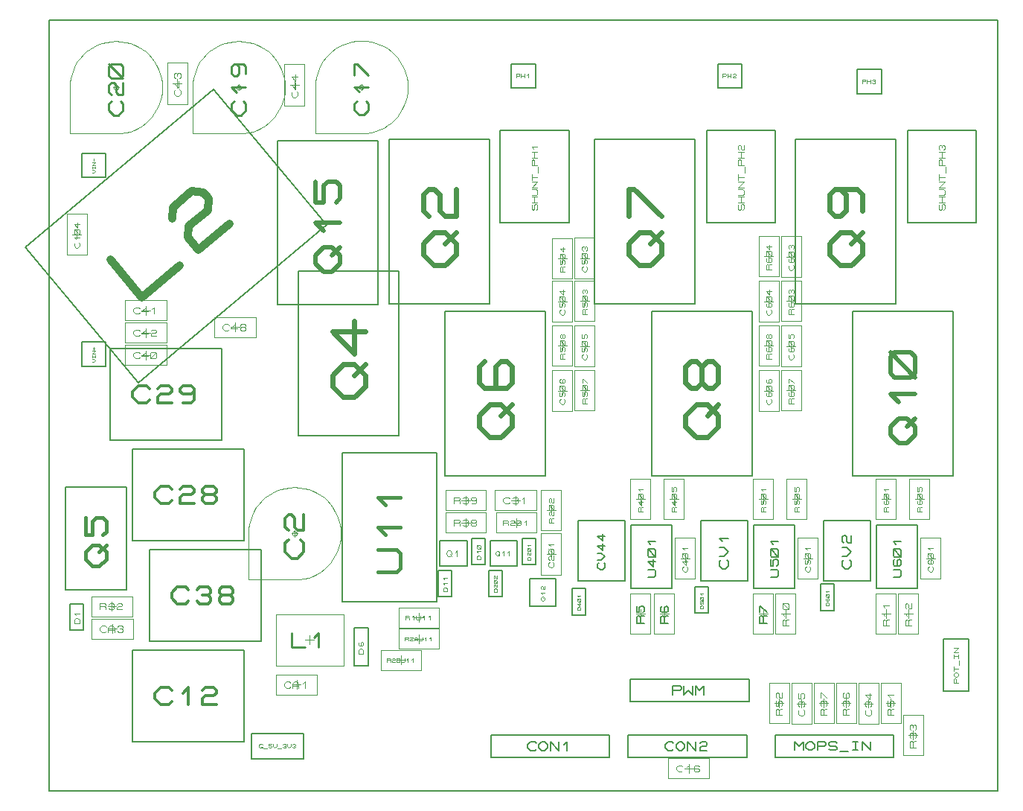
<source format=gbr>
G04 PROTEUS GERBER X2 FILE*
%TF.GenerationSoftware,Labcenter,Proteus,8.7-SP3-Build25561*%
%TF.CreationDate,2021-07-03T21:28:02+00:00*%
%TF.FileFunction,AssemblyDrawing,Top*%
%TF.FilePolarity,Positive*%
%TF.Part,Single*%
%TF.SameCoordinates,{f2efd226-c5f6-4210-91bb-6bc09b7e039f}*%
%FSLAX45Y45*%
%MOMM*%
G01*
%TA.AperFunction,Profile*%
%ADD39C,0.203200*%
%TA.AperFunction,Material*%
%ADD46C,0.203200*%
%ADD114C,0.105410*%
%ADD115C,0.068580*%
%ADD116C,0.317500*%
%ADD117C,0.389040*%
%ADD118C,0.090090*%
%ADD119C,0.050000*%
%ADD120C,0.116250*%
%ADD121C,0.422590*%
%ADD122C,0.258330*%
%ADD123C,0.096190*%
%ADD124C,0.118750*%
%ADD125C,0.077500*%
%ADD126C,0.054860*%
%ADD127C,0.093000*%
%ADD128C,0.144780*%
%ADD129C,0.137160*%
%ADD130C,0.171450*%
%ADD131C,0.059690*%
%ADD132C,0.095000*%
%ADD133C,0.141000*%
%ADD134C,0.103290*%
%ADD135C,0.077470*%
%ADD136C,0.074610*%
%ADD50C,0.152400*%
%ADD137C,0.086530*%
%ADD138C,0.160020*%
%ADD139C,0.931330*%
%ADD140C,0.263750*%
%ADD141C,0.067300*%
%ADD142C,0.351660*%
%ADD143C,0.622300*%
%ADD144C,0.466720*%
%ADD145C,0.066420*%
%TD.AperFunction*%
D39*
X-1079500Y-6413500D02*
X+9715500Y-6413500D01*
X+9715500Y+2349500D01*
X-1079500Y+2349500D01*
X-1079500Y-6413500D01*
D46*
X+6403340Y+44450D02*
X+7185660Y+44450D01*
X+7185660Y+1098550D01*
X+6403340Y+1098550D01*
X+6403340Y+44450D01*
D114*
X+6815582Y+192024D02*
X+6826123Y+202565D01*
X+6826123Y+244729D01*
X+6815582Y+255270D01*
X+6805041Y+255270D01*
X+6794500Y+244729D01*
X+6794500Y+202565D01*
X+6783959Y+192024D01*
X+6773418Y+192024D01*
X+6762877Y+202565D01*
X+6762877Y+244729D01*
X+6773418Y+255270D01*
X+6826123Y+276352D02*
X+6762877Y+276352D01*
X+6762877Y+339598D02*
X+6826123Y+339598D01*
X+6794500Y+276352D02*
X+6794500Y+339598D01*
X+6762877Y+360680D02*
X+6815582Y+360680D01*
X+6826123Y+371221D01*
X+6826123Y+413385D01*
X+6815582Y+423926D01*
X+6762877Y+423926D01*
X+6826123Y+445008D02*
X+6762877Y+445008D01*
X+6826123Y+508254D01*
X+6762877Y+508254D01*
X+6762877Y+529336D02*
X+6762877Y+592582D01*
X+6762877Y+560959D02*
X+6826123Y+560959D01*
X+6836664Y+613664D02*
X+6836664Y+676910D01*
X+6826123Y+697992D02*
X+6762877Y+697992D01*
X+6762877Y+750697D01*
X+6773418Y+761238D01*
X+6783959Y+761238D01*
X+6794500Y+750697D01*
X+6794500Y+697992D01*
X+6826123Y+782320D02*
X+6762877Y+782320D01*
X+6762877Y+845566D02*
X+6826123Y+845566D01*
X+6794500Y+782320D02*
X+6794500Y+845566D01*
X+6773418Y+877189D02*
X+6762877Y+887730D01*
X+6762877Y+919353D01*
X+6773418Y+929894D01*
X+6783959Y+929894D01*
X+6794500Y+919353D01*
X+6794500Y+887730D01*
X+6805041Y+877189D01*
X+6826123Y+877189D01*
X+6826123Y+929894D01*
D46*
X+8689340Y+44450D02*
X+9471660Y+44450D01*
X+9471660Y+1098550D01*
X+8689340Y+1098550D01*
X+8689340Y+44450D01*
D114*
X+9101582Y+192024D02*
X+9112123Y+202565D01*
X+9112123Y+244729D01*
X+9101582Y+255270D01*
X+9091041Y+255270D01*
X+9080500Y+244729D01*
X+9080500Y+202565D01*
X+9069959Y+192024D01*
X+9059418Y+192024D01*
X+9048877Y+202565D01*
X+9048877Y+244729D01*
X+9059418Y+255270D01*
X+9112123Y+276352D02*
X+9048877Y+276352D01*
X+9048877Y+339598D02*
X+9112123Y+339598D01*
X+9080500Y+276352D02*
X+9080500Y+339598D01*
X+9048877Y+360680D02*
X+9101582Y+360680D01*
X+9112123Y+371221D01*
X+9112123Y+413385D01*
X+9101582Y+423926D01*
X+9048877Y+423926D01*
X+9112123Y+445008D02*
X+9048877Y+445008D01*
X+9112123Y+508254D01*
X+9048877Y+508254D01*
X+9048877Y+529336D02*
X+9048877Y+592582D01*
X+9048877Y+560959D02*
X+9112123Y+560959D01*
X+9122664Y+613664D02*
X+9122664Y+676910D01*
X+9112123Y+697992D02*
X+9048877Y+697992D01*
X+9048877Y+750697D01*
X+9059418Y+761238D01*
X+9069959Y+761238D01*
X+9080500Y+750697D01*
X+9080500Y+697992D01*
X+9112123Y+782320D02*
X+9048877Y+782320D01*
X+9048877Y+845566D02*
X+9112123Y+845566D01*
X+9080500Y+782320D02*
X+9080500Y+845566D01*
X+9059418Y+877189D02*
X+9048877Y+887730D01*
X+9048877Y+919353D01*
X+9059418Y+929894D01*
X+9069959Y+929894D01*
X+9080500Y+919353D01*
X+9091041Y+929894D01*
X+9101582Y+929894D01*
X+9112123Y+919353D01*
X+9112123Y+887730D01*
X+9101582Y+877189D01*
X+9080500Y+898271D02*
X+9080500Y+919353D01*
D46*
X+4053840Y+44450D02*
X+4836160Y+44450D01*
X+4836160Y+1098550D01*
X+4053840Y+1098550D01*
X+4053840Y+44450D01*
D114*
X+4466082Y+192024D02*
X+4476623Y+202565D01*
X+4476623Y+244729D01*
X+4466082Y+255270D01*
X+4455541Y+255270D01*
X+4445000Y+244729D01*
X+4445000Y+202565D01*
X+4434459Y+192024D01*
X+4423918Y+192024D01*
X+4413377Y+202565D01*
X+4413377Y+244729D01*
X+4423918Y+255270D01*
X+4476623Y+276352D02*
X+4413377Y+276352D01*
X+4413377Y+339598D02*
X+4476623Y+339598D01*
X+4445000Y+276352D02*
X+4445000Y+339598D01*
X+4413377Y+360680D02*
X+4466082Y+360680D01*
X+4476623Y+371221D01*
X+4476623Y+413385D01*
X+4466082Y+423926D01*
X+4413377Y+423926D01*
X+4476623Y+445008D02*
X+4413377Y+445008D01*
X+4476623Y+508254D01*
X+4413377Y+508254D01*
X+4413377Y+529336D02*
X+4413377Y+592582D01*
X+4413377Y+560959D02*
X+4476623Y+560959D01*
X+4487164Y+613664D02*
X+4487164Y+676910D01*
X+4476623Y+697992D02*
X+4413377Y+697992D01*
X+4413377Y+750697D01*
X+4423918Y+761238D01*
X+4434459Y+761238D01*
X+4445000Y+750697D01*
X+4445000Y+697992D01*
X+4476623Y+782320D02*
X+4413377Y+782320D01*
X+4413377Y+845566D02*
X+4476623Y+845566D01*
X+4445000Y+782320D02*
X+4445000Y+845566D01*
X+4434459Y+887730D02*
X+4413377Y+908812D01*
X+4476623Y+908812D01*
D46*
X+4180840Y+1577340D02*
X+4455160Y+1577340D01*
X+4455160Y+1851660D01*
X+4180840Y+1851660D01*
X+4180840Y+1577340D01*
D115*
X+4235704Y+1693926D02*
X+4235704Y+1735074D01*
X+4269994Y+1735074D01*
X+4276852Y+1728216D01*
X+4276852Y+1721358D01*
X+4269994Y+1714500D01*
X+4235704Y+1714500D01*
X+4290568Y+1693926D02*
X+4290568Y+1735074D01*
X+4331716Y+1735074D02*
X+4331716Y+1693926D01*
X+4290568Y+1714500D02*
X+4331716Y+1714500D01*
X+4359148Y+1721358D02*
X+4372864Y+1735074D01*
X+4372864Y+1693926D01*
D46*
X+6530340Y+1577340D02*
X+6804660Y+1577340D01*
X+6804660Y+1851660D01*
X+6530340Y+1851660D01*
X+6530340Y+1577340D01*
D115*
X+6585204Y+1693926D02*
X+6585204Y+1735074D01*
X+6619494Y+1735074D01*
X+6626352Y+1728216D01*
X+6626352Y+1721358D01*
X+6619494Y+1714500D01*
X+6585204Y+1714500D01*
X+6640068Y+1693926D02*
X+6640068Y+1735074D01*
X+6681216Y+1735074D02*
X+6681216Y+1693926D01*
X+6640068Y+1714500D02*
X+6681216Y+1714500D01*
X+6701790Y+1728216D02*
X+6708648Y+1735074D01*
X+6729222Y+1735074D01*
X+6736080Y+1728216D01*
X+6736080Y+1721358D01*
X+6729222Y+1714500D01*
X+6708648Y+1714500D01*
X+6701790Y+1707642D01*
X+6701790Y+1693926D01*
X+6736080Y+1693926D01*
D46*
X+8117840Y+1513840D02*
X+8392160Y+1513840D01*
X+8392160Y+1788160D01*
X+8117840Y+1788160D01*
X+8117840Y+1513840D01*
D115*
X+8172704Y+1630426D02*
X+8172704Y+1671574D01*
X+8206994Y+1671574D01*
X+8213852Y+1664716D01*
X+8213852Y+1657858D01*
X+8206994Y+1651000D01*
X+8172704Y+1651000D01*
X+8227568Y+1630426D02*
X+8227568Y+1671574D01*
X+8268716Y+1671574D02*
X+8268716Y+1630426D01*
X+8227568Y+1651000D02*
X+8268716Y+1651000D01*
X+8289290Y+1664716D02*
X+8296148Y+1671574D01*
X+8316722Y+1671574D01*
X+8323580Y+1664716D01*
X+8323580Y+1657858D01*
X+8316722Y+1651000D01*
X+8323580Y+1644142D01*
X+8323580Y+1637284D01*
X+8316722Y+1630426D01*
X+8296148Y+1630426D01*
X+8289290Y+1637284D01*
X+8303006Y+1651000D02*
X+8316722Y+1651000D01*
D46*
X-127000Y-3566160D02*
X+1143000Y-3566160D01*
X+1143000Y-2529840D01*
X-127000Y-2529840D01*
X-127000Y-3566160D01*
D116*
X+317500Y-3111500D02*
X+285750Y-3143250D01*
X+190500Y-3143250D01*
X+127000Y-3079750D01*
X+127000Y-3016250D01*
X+190500Y-2952750D01*
X+285750Y-2952750D01*
X+317500Y-2984500D01*
X+412750Y-2984500D02*
X+444500Y-2952750D01*
X+539750Y-2952750D01*
X+571500Y-2984500D01*
X+571500Y-3016250D01*
X+539750Y-3048000D01*
X+444500Y-3048000D01*
X+412750Y-3079750D01*
X+412750Y-3143250D01*
X+571500Y-3143250D01*
X+698500Y-3048000D02*
X+666750Y-3016250D01*
X+666750Y-2984500D01*
X+698500Y-2952750D01*
X+793750Y-2952750D01*
X+825500Y-2984500D01*
X+825500Y-3016250D01*
X+793750Y-3048000D01*
X+698500Y-3048000D01*
X+666750Y-3079750D01*
X+666750Y-3111500D01*
X+698500Y-3143250D01*
X+793750Y-3143250D01*
X+825500Y-3111500D01*
X+825500Y-3079750D01*
X+793750Y-3048000D01*
D46*
X-381000Y-2423160D02*
X+889000Y-2423160D01*
X+889000Y-1386840D01*
X-381000Y-1386840D01*
X-381000Y-2423160D01*
D116*
X+63500Y-1968500D02*
X+31750Y-2000250D01*
X-63500Y-2000250D01*
X-127000Y-1936750D01*
X-127000Y-1873250D01*
X-63500Y-1809750D01*
X+31750Y-1809750D01*
X+63500Y-1841500D01*
X+158750Y-1841500D02*
X+190500Y-1809750D01*
X+285750Y-1809750D01*
X+317500Y-1841500D01*
X+317500Y-1873250D01*
X+285750Y-1905000D01*
X+190500Y-1905000D01*
X+158750Y-1936750D01*
X+158750Y-2000250D01*
X+317500Y-2000250D01*
X+571500Y-1873250D02*
X+539750Y-1905000D01*
X+444500Y-1905000D01*
X+412750Y-1873250D01*
X+412750Y-1841500D01*
X+444500Y-1809750D01*
X+539750Y-1809750D01*
X+571500Y-1841500D01*
X+571500Y-1968500D01*
X+539750Y-2000250D01*
X+444500Y-2000250D01*
D46*
X-895350Y-4127500D02*
X-196850Y-4127500D01*
X-196850Y-2960370D01*
X-895350Y-2960370D01*
X-895350Y-4127500D01*
D117*
X-585004Y-3855169D02*
X-662813Y-3777361D01*
X-662813Y-3699552D01*
X-585004Y-3621744D01*
X-507196Y-3621744D01*
X-429387Y-3699552D01*
X-429387Y-3777361D01*
X-507196Y-3855169D01*
X-585004Y-3855169D01*
X-507196Y-3699552D02*
X-429387Y-3621744D01*
X-662813Y-3310510D02*
X-662813Y-3505031D01*
X-585004Y-3505031D01*
X-585004Y-3349414D01*
X-546100Y-3310510D01*
X-468291Y-3310510D01*
X-429387Y-3349414D01*
X-429387Y-3466127D01*
X-468291Y-3505031D01*
D46*
X-837080Y-4584750D02*
X-686920Y-4584750D01*
X-686920Y-4286300D01*
X-837080Y-4286300D01*
X-837080Y-4584750D01*
D118*
X-734971Y-4507601D02*
X-789028Y-4507601D01*
X-789028Y-4471563D01*
X-771009Y-4453544D01*
X-752990Y-4453544D01*
X-734971Y-4471563D01*
X-734971Y-4507601D01*
X-771009Y-4417506D02*
X-789028Y-4399487D01*
X-734971Y-4399487D01*
D119*
X-593000Y-4433000D02*
X-133000Y-4433000D01*
X-133000Y-4203000D01*
X-593000Y-4203000D01*
X-593000Y-4433000D01*
X-363000Y-4268000D02*
X-363000Y-4368000D01*
X-313000Y-4318000D02*
X-413000Y-4318000D01*
D120*
X-502500Y-4352875D02*
X-502500Y-4283125D01*
X-444375Y-4283125D01*
X-432750Y-4294750D01*
X-432750Y-4306375D01*
X-444375Y-4318000D01*
X-502500Y-4318000D01*
X-444375Y-4318000D02*
X-432750Y-4329625D01*
X-432750Y-4352875D01*
X-397875Y-4294750D02*
X-386250Y-4283125D01*
X-351375Y-4283125D01*
X-339750Y-4294750D01*
X-339750Y-4306375D01*
X-351375Y-4318000D01*
X-339750Y-4329625D01*
X-339750Y-4341250D01*
X-351375Y-4352875D01*
X-386250Y-4352875D01*
X-397875Y-4341250D01*
X-374625Y-4318000D02*
X-351375Y-4318000D01*
X-304875Y-4294750D02*
X-293250Y-4283125D01*
X-258375Y-4283125D01*
X-246750Y-4294750D01*
X-246750Y-4306375D01*
X-258375Y-4318000D01*
X-293250Y-4318000D01*
X-304875Y-4329625D01*
X-304875Y-4352875D01*
X-246750Y-4352875D01*
D46*
X+63500Y-4709160D02*
X+1333500Y-4709160D01*
X+1333500Y-3672840D01*
X+63500Y-3672840D01*
X+63500Y-4709160D01*
D116*
X+508000Y-4254500D02*
X+476250Y-4286250D01*
X+381000Y-4286250D01*
X+317500Y-4222750D01*
X+317500Y-4159250D01*
X+381000Y-4095750D01*
X+476250Y-4095750D01*
X+508000Y-4127500D01*
X+603250Y-4127500D02*
X+635000Y-4095750D01*
X+730250Y-4095750D01*
X+762000Y-4127500D01*
X+762000Y-4159250D01*
X+730250Y-4191000D01*
X+762000Y-4222750D01*
X+762000Y-4254500D01*
X+730250Y-4286250D01*
X+635000Y-4286250D01*
X+603250Y-4254500D01*
X+666750Y-4191000D02*
X+730250Y-4191000D01*
X+889000Y-4191000D02*
X+857250Y-4159250D01*
X+857250Y-4127500D01*
X+889000Y-4095750D01*
X+984250Y-4095750D01*
X+1016000Y-4127500D01*
X+1016000Y-4159250D01*
X+984250Y-4191000D01*
X+889000Y-4191000D01*
X+857250Y-4222750D01*
X+857250Y-4254500D01*
X+889000Y-4286250D01*
X+984250Y-4286250D01*
X+1016000Y-4254500D01*
X+1016000Y-4222750D01*
X+984250Y-4191000D01*
D46*
X+2256790Y-4260850D02*
X+3331210Y-4260850D01*
X+3331210Y-2570480D01*
X+2256790Y-2570480D01*
X+2256790Y-4260850D01*
D121*
X+2667223Y-3922774D02*
X+2878519Y-3922774D01*
X+2920778Y-3880515D01*
X+2920778Y-3711479D01*
X+2878519Y-3669220D01*
X+2667223Y-3669220D01*
X+2751741Y-3500183D02*
X+2667223Y-3415665D01*
X+2920778Y-3415665D01*
X+2751741Y-3162110D02*
X+2667223Y-3077592D01*
X+2920778Y-3077592D01*
D119*
X+2272500Y-4409000D02*
X+1502500Y-4409000D01*
X+1502500Y-4989000D01*
X+2272500Y-4989000D01*
X+2272500Y-4409000D01*
X+1887500Y-4749000D02*
X+1887500Y-4649000D01*
X+1837500Y-4699000D02*
X+1937500Y-4699000D01*
D122*
X+1680834Y-4621500D02*
X+1680834Y-4776500D01*
X+1835833Y-4776500D01*
X+1939166Y-4673167D02*
X+1990833Y-4621500D01*
X+1990833Y-4776500D01*
D46*
X+2389677Y-4990787D02*
X+2549997Y-4990787D01*
X+2549997Y-4561887D01*
X+2389677Y-4561887D01*
X+2389677Y-4990787D01*
D123*
X+2498695Y-4853290D02*
X+2440980Y-4853290D01*
X+2440980Y-4814814D01*
X+2460218Y-4795576D01*
X+2479457Y-4795576D01*
X+2498695Y-4814814D01*
X+2498695Y-4853290D01*
X+2450599Y-4718623D02*
X+2440980Y-4728242D01*
X+2440980Y-4757099D01*
X+2450599Y-4766718D01*
X+2489076Y-4766718D01*
X+2498695Y-4757099D01*
X+2498695Y-4728242D01*
X+2489076Y-4718623D01*
X+2479457Y-4718623D01*
X+2469837Y-4728242D01*
X+2469837Y-4766718D01*
D119*
X-593000Y-4687000D02*
X-123000Y-4687000D01*
X-123000Y-4457000D01*
X-593000Y-4457000D01*
X-593000Y-4687000D01*
X-358000Y-4522000D02*
X-358000Y-4622000D01*
X-308000Y-4572000D02*
X-408000Y-4572000D01*
D124*
X-429250Y-4595750D02*
X-441125Y-4607625D01*
X-476750Y-4607625D01*
X-500500Y-4583875D01*
X-500500Y-4560125D01*
X-476750Y-4536375D01*
X-441125Y-4536375D01*
X-429250Y-4548250D01*
X-405500Y-4607625D02*
X-405500Y-4560125D01*
X-381750Y-4536375D01*
X-358000Y-4536375D01*
X-334250Y-4560125D01*
X-334250Y-4607625D01*
X-405500Y-4583875D02*
X-334250Y-4583875D01*
X-298625Y-4548250D02*
X-286750Y-4536375D01*
X-251125Y-4536375D01*
X-239250Y-4548250D01*
X-239250Y-4560125D01*
X-251125Y-4572000D01*
X-239250Y-4583875D01*
X-239250Y-4595750D01*
X-251125Y-4607625D01*
X-286750Y-4607625D01*
X-298625Y-4595750D01*
X-274875Y-4572000D02*
X-251125Y-4572000D01*
D119*
X+3359500Y-4330000D02*
X+2899500Y-4330000D01*
X+2899500Y-4560000D01*
X+3359500Y-4560000D01*
X+3359500Y-4330000D01*
X+3129500Y-4495000D02*
X+3129500Y-4395000D01*
X+3079500Y-4445000D02*
X+3179500Y-4445000D01*
D125*
X+2974500Y-4468250D02*
X+2974500Y-4421750D01*
X+3013250Y-4421750D01*
X+3021000Y-4429500D01*
X+3021000Y-4437250D01*
X+3013250Y-4445000D01*
X+2974500Y-4445000D01*
X+3013250Y-4445000D02*
X+3021000Y-4452750D01*
X+3021000Y-4468250D01*
X+3052000Y-4437250D02*
X+3067500Y-4421750D01*
X+3067500Y-4468250D01*
X+3098500Y-4421750D02*
X+3098500Y-4460500D01*
X+3106250Y-4468250D01*
X+3137250Y-4468250D01*
X+3145000Y-4460500D01*
X+3145000Y-4421750D01*
X+3176000Y-4437250D02*
X+3191500Y-4421750D01*
X+3191500Y-4468250D01*
X+3238000Y-4437250D02*
X+3253500Y-4421750D01*
X+3253500Y-4468250D01*
D119*
X+258000Y-1345500D02*
X-212000Y-1345500D01*
X-212000Y-1575500D01*
X+258000Y-1575500D01*
X+258000Y-1345500D01*
X+23000Y-1510500D02*
X+23000Y-1410500D01*
X-27000Y-1460500D02*
X+73000Y-1460500D01*
D124*
X-48250Y-1484250D02*
X-60125Y-1496125D01*
X-95750Y-1496125D01*
X-119500Y-1472375D01*
X-119500Y-1448625D01*
X-95750Y-1424875D01*
X-60125Y-1424875D01*
X-48250Y-1436750D01*
X+46750Y-1472375D02*
X-24500Y-1472375D01*
X+23000Y-1424875D01*
X+23000Y-1496125D01*
X+70500Y-1484250D02*
X+70500Y-1436750D01*
X+82375Y-1424875D01*
X+129875Y-1424875D01*
X+141750Y-1436750D01*
X+141750Y-1484250D01*
X+129875Y-1496125D01*
X+82375Y-1496125D01*
X+70500Y-1484250D01*
X+70500Y-1496125D02*
X+141750Y-1424875D01*
D119*
X+258000Y-837500D02*
X-212000Y-837500D01*
X-212000Y-1067500D01*
X+258000Y-1067500D01*
X+258000Y-837500D01*
X+23000Y-1002500D02*
X+23000Y-902500D01*
X-27000Y-952500D02*
X+73000Y-952500D01*
D124*
X-48250Y-976250D02*
X-60125Y-988125D01*
X-95750Y-988125D01*
X-119500Y-964375D01*
X-119500Y-940625D01*
X-95750Y-916875D01*
X-60125Y-916875D01*
X-48250Y-928750D01*
X+46750Y-964375D02*
X-24500Y-964375D01*
X+23000Y-916875D01*
X+23000Y-988125D01*
X+94250Y-940625D02*
X+118000Y-916875D01*
X+118000Y-988125D01*
D119*
X+258000Y-1091500D02*
X-212000Y-1091500D01*
X-212000Y-1321500D01*
X+258000Y-1321500D01*
X+258000Y-1091500D01*
X+23000Y-1256500D02*
X+23000Y-1156500D01*
X-27000Y-1206500D02*
X+73000Y-1206500D01*
D124*
X-48250Y-1230250D02*
X-60125Y-1242125D01*
X-95750Y-1242125D01*
X-119500Y-1218375D01*
X-119500Y-1194625D01*
X-95750Y-1170875D01*
X-60125Y-1170875D01*
X-48250Y-1182750D01*
X+46750Y-1218375D02*
X-24500Y-1218375D01*
X+23000Y-1170875D01*
X+23000Y-1242125D01*
X+82375Y-1182750D02*
X+94250Y-1170875D01*
X+129875Y-1170875D01*
X+141750Y-1182750D01*
X+141750Y-1194625D01*
X+129875Y-1206500D01*
X+94250Y-1206500D01*
X+82375Y-1218375D01*
X+82375Y-1242125D01*
X+141750Y-1242125D01*
D119*
X+266000Y+1863000D02*
X+266000Y+1393000D01*
X+496000Y+1393000D01*
X+496000Y+1863000D01*
X+266000Y+1863000D01*
X+431000Y+1628000D02*
X+331000Y+1628000D01*
X+381000Y+1578000D02*
X+381000Y+1678000D01*
D124*
X+404750Y+1556750D02*
X+416625Y+1544875D01*
X+416625Y+1509250D01*
X+392875Y+1485500D01*
X+369125Y+1485500D01*
X+345375Y+1509250D01*
X+345375Y+1544875D01*
X+357250Y+1556750D01*
X+392875Y+1651750D02*
X+392875Y+1580500D01*
X+345375Y+1628000D01*
X+416625Y+1628000D01*
X+357250Y+1687375D02*
X+345375Y+1699250D01*
X+345375Y+1734875D01*
X+357250Y+1746750D01*
X+369125Y+1746750D01*
X+381000Y+1734875D01*
X+392875Y+1746750D01*
X+404750Y+1746750D01*
X+416625Y+1734875D01*
X+416625Y+1699250D01*
X+404750Y+1687375D01*
X+381000Y+1711125D02*
X+381000Y+1734875D01*
D119*
X+1599500Y+1845500D02*
X+1599500Y+1375500D01*
X+1829500Y+1375500D01*
X+1829500Y+1845500D01*
X+1599500Y+1845500D01*
X+1764500Y+1610500D02*
X+1664500Y+1610500D01*
X+1714500Y+1560500D02*
X+1714500Y+1660500D01*
D124*
X+1738250Y+1539250D02*
X+1750125Y+1527375D01*
X+1750125Y+1491750D01*
X+1726375Y+1468000D01*
X+1702625Y+1468000D01*
X+1678875Y+1491750D01*
X+1678875Y+1527375D01*
X+1690750Y+1539250D01*
X+1726375Y+1634250D02*
X+1726375Y+1563000D01*
X+1678875Y+1610500D01*
X+1750125Y+1610500D01*
X+1726375Y+1729250D02*
X+1726375Y+1658000D01*
X+1678875Y+1705500D01*
X+1750125Y+1705500D01*
D119*
X+804000Y-1258000D02*
X+1274000Y-1258000D01*
X+1274000Y-1028000D01*
X+804000Y-1028000D01*
X+804000Y-1258000D01*
X+1039000Y-1093000D02*
X+1039000Y-1193000D01*
X+1089000Y-1143000D02*
X+989000Y-1143000D01*
D124*
X+967750Y-1166750D02*
X+955875Y-1178625D01*
X+920250Y-1178625D01*
X+896500Y-1154875D01*
X+896500Y-1131125D01*
X+920250Y-1107375D01*
X+955875Y-1107375D01*
X+967750Y-1119250D01*
X+1062750Y-1154875D02*
X+991500Y-1154875D01*
X+1039000Y-1107375D01*
X+1039000Y-1178625D01*
X+1110250Y-1143000D02*
X+1098375Y-1131125D01*
X+1098375Y-1119250D01*
X+1110250Y-1107375D01*
X+1145875Y-1107375D01*
X+1157750Y-1119250D01*
X+1157750Y-1131125D01*
X+1145875Y-1143000D01*
X+1110250Y-1143000D01*
X+1098375Y-1154875D01*
X+1098375Y-1166750D01*
X+1110250Y-1178625D01*
X+1145875Y-1178625D01*
X+1157750Y-1166750D01*
X+1157750Y-1154875D01*
X+1145875Y-1143000D01*
D46*
X-708660Y+561340D02*
X-434340Y+561340D01*
X-434340Y+835660D01*
X-708660Y+835660D01*
X-708660Y+561340D01*
D126*
X-587959Y+610718D02*
X-571500Y+610718D01*
X-555040Y+627177D01*
X-571500Y+643636D01*
X-587959Y+643636D01*
X-587959Y+660095D02*
X-587959Y+682040D01*
X-587959Y+671068D02*
X-555040Y+671068D01*
X-555040Y+660095D02*
X-555040Y+682040D01*
X-555040Y+698500D02*
X-587959Y+698500D01*
X-555040Y+731418D01*
X-587959Y+731418D01*
X-571500Y+747877D02*
X-571500Y+775309D01*
D46*
X-708660Y-1584960D02*
X-434340Y-1584960D01*
X-434340Y-1310640D01*
X-708660Y-1310640D01*
X-708660Y-1584960D01*
D126*
X-587959Y-1535582D02*
X-571500Y-1535582D01*
X-555040Y-1519123D01*
X-571500Y-1502664D01*
X-587959Y-1502664D01*
X-587959Y-1486205D02*
X-587959Y-1464260D01*
X-587959Y-1475232D02*
X-555040Y-1475232D01*
X-555040Y-1486205D02*
X-555040Y-1464260D01*
X-555040Y-1447800D02*
X-587959Y-1447800D01*
X-555040Y-1414882D01*
X-587959Y-1414882D01*
X-571500Y-1403909D02*
X-571500Y-1370991D01*
X-582472Y-1387450D02*
X-560527Y-1387450D01*
D119*
X+1972500Y-5092000D02*
X+1502500Y-5092000D01*
X+1502500Y-5322000D01*
X+1972500Y-5322000D01*
X+1972500Y-5092000D01*
X+1737500Y-5257000D02*
X+1737500Y-5157000D01*
X+1687500Y-5207000D02*
X+1787500Y-5207000D01*
D124*
X+1666250Y-5230750D02*
X+1654375Y-5242625D01*
X+1618750Y-5242625D01*
X+1595000Y-5218875D01*
X+1595000Y-5195125D01*
X+1618750Y-5171375D01*
X+1654375Y-5171375D01*
X+1666250Y-5183250D01*
X+1690000Y-5242625D02*
X+1690000Y-5195125D01*
X+1713750Y-5171375D01*
X+1737500Y-5171375D01*
X+1761250Y-5195125D01*
X+1761250Y-5242625D01*
X+1690000Y-5218875D02*
X+1761250Y-5218875D01*
X+1808750Y-5195125D02*
X+1832500Y-5171375D01*
X+1832500Y-5242625D01*
D119*
X+5917500Y-2863500D02*
X+5917500Y-3323500D01*
X+6147500Y-3323500D01*
X+6147500Y-2863500D01*
X+5917500Y-2863500D01*
X+6082500Y-3093500D02*
X+5982500Y-3093500D01*
X+6032500Y-3143500D02*
X+6032500Y-3043500D01*
D127*
X+6060400Y-3242300D02*
X+6004600Y-3242300D01*
X+6004600Y-3195800D01*
X+6013900Y-3186500D01*
X+6023200Y-3186500D01*
X+6032500Y-3195800D01*
X+6032500Y-3242300D01*
X+6032500Y-3195800D02*
X+6041800Y-3186500D01*
X+6060400Y-3186500D01*
X+6041800Y-3112100D02*
X+6041800Y-3167900D01*
X+6004600Y-3130700D01*
X+6060400Y-3130700D01*
X+6051100Y-3093500D02*
X+6013900Y-3093500D01*
X+6004600Y-3084200D01*
X+6004600Y-3047000D01*
X+6013900Y-3037700D01*
X+6051100Y-3037700D01*
X+6060400Y-3047000D01*
X+6060400Y-3084200D01*
X+6051100Y-3093500D01*
X+6060400Y-3093500D02*
X+6004600Y-3037700D01*
X+6004600Y-2963300D02*
X+6004600Y-3009800D01*
X+6023200Y-3009800D01*
X+6023200Y-2972600D01*
X+6032500Y-2963300D01*
X+6051100Y-2963300D01*
X+6060400Y-2972600D01*
X+6060400Y-3000500D01*
X+6051100Y-3009800D01*
D119*
X+5536500Y-2863500D02*
X+5536500Y-3323500D01*
X+5766500Y-3323500D01*
X+5766500Y-2863500D01*
X+5536500Y-2863500D01*
X+5701500Y-3093500D02*
X+5601500Y-3093500D01*
X+5651500Y-3143500D02*
X+5651500Y-3043500D01*
D127*
X+5679400Y-3242300D02*
X+5623600Y-3242300D01*
X+5623600Y-3195800D01*
X+5632900Y-3186500D01*
X+5642200Y-3186500D01*
X+5651500Y-3195800D01*
X+5651500Y-3242300D01*
X+5651500Y-3195800D02*
X+5660800Y-3186500D01*
X+5679400Y-3186500D01*
X+5660800Y-3112100D02*
X+5660800Y-3167900D01*
X+5623600Y-3130700D01*
X+5679400Y-3130700D01*
X+5670100Y-3093500D02*
X+5632900Y-3093500D01*
X+5623600Y-3084200D01*
X+5623600Y-3047000D01*
X+5632900Y-3037700D01*
X+5670100Y-3037700D01*
X+5679400Y-3047000D01*
X+5679400Y-3084200D01*
X+5670100Y-3093500D01*
X+5679400Y-3093500D02*
X+5623600Y-3037700D01*
X+5642200Y-3000500D02*
X+5623600Y-2981900D01*
X+5679400Y-2981900D01*
D46*
X+5544820Y-4114800D02*
X+6012180Y-4114800D01*
X+6012180Y-3390900D01*
X+5544820Y-3390900D01*
X+5544820Y-4114800D01*
D128*
X+5735066Y-3984498D02*
X+5807456Y-3984498D01*
X+5821934Y-3970020D01*
X+5821934Y-3912108D01*
X+5807456Y-3897630D01*
X+5735066Y-3897630D01*
X+5792978Y-3781806D02*
X+5792978Y-3868674D01*
X+5735066Y-3810762D01*
X+5821934Y-3810762D01*
X+5807456Y-3752850D02*
X+5749544Y-3752850D01*
X+5735066Y-3738372D01*
X+5735066Y-3680460D01*
X+5749544Y-3665982D01*
X+5807456Y-3665982D01*
X+5821934Y-3680460D01*
X+5821934Y-3738372D01*
X+5807456Y-3752850D01*
X+5821934Y-3752850D02*
X+5735066Y-3665982D01*
X+5764022Y-3608070D02*
X+5735066Y-3579114D01*
X+5821934Y-3579114D01*
D46*
X+6941820Y-4114800D02*
X+7409180Y-4114800D01*
X+7409180Y-3390900D01*
X+6941820Y-3390900D01*
X+6941820Y-4114800D01*
D128*
X+7132066Y-3984498D02*
X+7204456Y-3984498D01*
X+7218934Y-3970020D01*
X+7218934Y-3912108D01*
X+7204456Y-3897630D01*
X+7132066Y-3897630D01*
X+7132066Y-3781806D02*
X+7132066Y-3854196D01*
X+7161022Y-3854196D01*
X+7161022Y-3796284D01*
X+7175500Y-3781806D01*
X+7204456Y-3781806D01*
X+7218934Y-3796284D01*
X+7218934Y-3839718D01*
X+7204456Y-3854196D01*
X+7204456Y-3752850D02*
X+7146544Y-3752850D01*
X+7132066Y-3738372D01*
X+7132066Y-3680460D01*
X+7146544Y-3665982D01*
X+7204456Y-3665982D01*
X+7218934Y-3680460D01*
X+7218934Y-3738372D01*
X+7204456Y-3752850D01*
X+7218934Y-3752850D02*
X+7132066Y-3665982D01*
X+7161022Y-3608070D02*
X+7132066Y-3579114D01*
X+7218934Y-3579114D01*
D46*
X+8338820Y-4114800D02*
X+8806180Y-4114800D01*
X+8806180Y-3390900D01*
X+8338820Y-3390900D01*
X+8338820Y-4114800D01*
D128*
X+8529066Y-3984498D02*
X+8601456Y-3984498D01*
X+8615934Y-3970020D01*
X+8615934Y-3912108D01*
X+8601456Y-3897630D01*
X+8529066Y-3897630D01*
X+8543544Y-3781806D02*
X+8529066Y-3796284D01*
X+8529066Y-3839718D01*
X+8543544Y-3854196D01*
X+8601456Y-3854196D01*
X+8615934Y-3839718D01*
X+8615934Y-3796284D01*
X+8601456Y-3781806D01*
X+8586978Y-3781806D01*
X+8572500Y-3796284D01*
X+8572500Y-3854196D01*
X+8601456Y-3752850D02*
X+8543544Y-3752850D01*
X+8529066Y-3738372D01*
X+8529066Y-3680460D01*
X+8543544Y-3665982D01*
X+8601456Y-3665982D01*
X+8615934Y-3680460D01*
X+8615934Y-3738372D01*
X+8601456Y-3752850D01*
X+8615934Y-3752850D02*
X+8529066Y-3665982D01*
X+8558022Y-3608070D02*
X+8529066Y-3579114D01*
X+8615934Y-3579114D01*
D119*
X+6933500Y-2863500D02*
X+6933500Y-3323500D01*
X+7163500Y-3323500D01*
X+7163500Y-2863500D01*
X+6933500Y-2863500D01*
X+7098500Y-3093500D02*
X+6998500Y-3093500D01*
X+7048500Y-3143500D02*
X+7048500Y-3043500D01*
D127*
X+7076400Y-3242300D02*
X+7020600Y-3242300D01*
X+7020600Y-3195800D01*
X+7029900Y-3186500D01*
X+7039200Y-3186500D01*
X+7048500Y-3195800D01*
X+7048500Y-3242300D01*
X+7048500Y-3195800D02*
X+7057800Y-3186500D01*
X+7076400Y-3186500D01*
X+7020600Y-3112100D02*
X+7020600Y-3158600D01*
X+7039200Y-3158600D01*
X+7039200Y-3121400D01*
X+7048500Y-3112100D01*
X+7067100Y-3112100D01*
X+7076400Y-3121400D01*
X+7076400Y-3149300D01*
X+7067100Y-3158600D01*
X+7067100Y-3093500D02*
X+7029900Y-3093500D01*
X+7020600Y-3084200D01*
X+7020600Y-3047000D01*
X+7029900Y-3037700D01*
X+7067100Y-3037700D01*
X+7076400Y-3047000D01*
X+7076400Y-3084200D01*
X+7067100Y-3093500D01*
X+7076400Y-3093500D02*
X+7020600Y-3037700D01*
X+7039200Y-3000500D02*
X+7020600Y-2981900D01*
X+7076400Y-2981900D01*
D46*
X+4942840Y-4025900D02*
X+5471160Y-4025900D01*
X+5471160Y-3340100D01*
X+4942840Y-3340100D01*
X+4942840Y-4025900D01*
D129*
X+5234432Y-3820160D02*
X+5248148Y-3833876D01*
X+5248148Y-3875024D01*
X+5220716Y-3902456D01*
X+5193284Y-3902456D01*
X+5165852Y-3875024D01*
X+5165852Y-3833876D01*
X+5179568Y-3820160D01*
X+5165852Y-3792728D02*
X+5207000Y-3792728D01*
X+5248148Y-3751580D01*
X+5207000Y-3710432D01*
X+5165852Y-3710432D01*
X+5220716Y-3600704D02*
X+5220716Y-3683000D01*
X+5165852Y-3628136D01*
X+5248148Y-3628136D01*
X+5220716Y-3490976D02*
X+5220716Y-3573272D01*
X+5165852Y-3518408D01*
X+5248148Y-3518408D01*
D46*
X+6339840Y-4025900D02*
X+6868160Y-4025900D01*
X+6868160Y-3340100D01*
X+6339840Y-3340100D01*
X+6339840Y-4025900D01*
D130*
X+6638290Y-3785870D02*
X+6655435Y-3803015D01*
X+6655435Y-3854450D01*
X+6621145Y-3888740D01*
X+6586855Y-3888740D01*
X+6552565Y-3854450D01*
X+6552565Y-3803015D01*
X+6569710Y-3785870D01*
X+6552565Y-3751580D02*
X+6604000Y-3751580D01*
X+6655435Y-3700145D01*
X+6604000Y-3648710D01*
X+6552565Y-3648710D01*
X+6586855Y-3580130D02*
X+6552565Y-3545840D01*
X+6655435Y-3545840D01*
D46*
X+7736840Y-4025900D02*
X+8265160Y-4025900D01*
X+8265160Y-3340100D01*
X+7736840Y-3340100D01*
X+7736840Y-4025900D01*
D130*
X+8035290Y-3785870D02*
X+8052435Y-3803015D01*
X+8052435Y-3854450D01*
X+8018145Y-3888740D01*
X+7983855Y-3888740D01*
X+7949565Y-3854450D01*
X+7949565Y-3803015D01*
X+7966710Y-3785870D01*
X+7949565Y-3751580D02*
X+8001000Y-3751580D01*
X+8052435Y-3700145D01*
X+8001000Y-3648710D01*
X+7949565Y-3648710D01*
X+7966710Y-3597275D02*
X+7949565Y-3580130D01*
X+7949565Y-3528695D01*
X+7966710Y-3511550D01*
X+7983855Y-3511550D01*
X+8001000Y-3528695D01*
X+8001000Y-3580130D01*
X+8018145Y-3597275D01*
X+8052435Y-3597275D01*
X+8052435Y-3511550D01*
D46*
X+4877920Y-4413250D02*
X+5028080Y-4413250D01*
X+5028080Y-4114800D01*
X+4877920Y-4114800D01*
X+4877920Y-4413250D01*
D131*
X+4970907Y-4359529D02*
X+4935093Y-4359529D01*
X+4935093Y-4335653D01*
X+4947031Y-4323715D01*
X+4958969Y-4323715D01*
X+4970907Y-4335653D01*
X+4970907Y-4359529D01*
X+4958969Y-4275963D02*
X+4958969Y-4311777D01*
X+4935093Y-4287901D01*
X+4970907Y-4287901D01*
X+4964938Y-4264025D02*
X+4941062Y-4264025D01*
X+4935093Y-4258056D01*
X+4935093Y-4234180D01*
X+4941062Y-4228211D01*
X+4964938Y-4228211D01*
X+4970907Y-4234180D01*
X+4970907Y-4258056D01*
X+4964938Y-4264025D01*
X+4970907Y-4264025D02*
X+4935093Y-4228211D01*
X+4947031Y-4204335D02*
X+4935093Y-4192397D01*
X+4970907Y-4192397D01*
D46*
X+6274920Y-4394200D02*
X+6425080Y-4394200D01*
X+6425080Y-4095750D01*
X+6274920Y-4095750D01*
X+6274920Y-4394200D01*
D131*
X+6367907Y-4340479D02*
X+6332093Y-4340479D01*
X+6332093Y-4316603D01*
X+6344031Y-4304665D01*
X+6355969Y-4304665D01*
X+6367907Y-4316603D01*
X+6367907Y-4340479D01*
X+6332093Y-4256913D02*
X+6332093Y-4286758D01*
X+6344031Y-4286758D01*
X+6344031Y-4262882D01*
X+6350000Y-4256913D01*
X+6361938Y-4256913D01*
X+6367907Y-4262882D01*
X+6367907Y-4280789D01*
X+6361938Y-4286758D01*
X+6361938Y-4244975D02*
X+6338062Y-4244975D01*
X+6332093Y-4239006D01*
X+6332093Y-4215130D01*
X+6338062Y-4209161D01*
X+6361938Y-4209161D01*
X+6367907Y-4215130D01*
X+6367907Y-4239006D01*
X+6361938Y-4244975D01*
X+6367907Y-4244975D02*
X+6332093Y-4209161D01*
X+6344031Y-4185285D02*
X+6332093Y-4173347D01*
X+6367907Y-4173347D01*
D46*
X+7703670Y-4362450D02*
X+7853830Y-4362450D01*
X+7853830Y-4064000D01*
X+7703670Y-4064000D01*
X+7703670Y-4362450D01*
D131*
X+7796657Y-4308729D02*
X+7760843Y-4308729D01*
X+7760843Y-4284853D01*
X+7772781Y-4272915D01*
X+7784719Y-4272915D01*
X+7796657Y-4284853D01*
X+7796657Y-4308729D01*
X+7766812Y-4225163D02*
X+7760843Y-4231132D01*
X+7760843Y-4249039D01*
X+7766812Y-4255008D01*
X+7790688Y-4255008D01*
X+7796657Y-4249039D01*
X+7796657Y-4231132D01*
X+7790688Y-4225163D01*
X+7784719Y-4225163D01*
X+7778750Y-4231132D01*
X+7778750Y-4255008D01*
X+7790688Y-4213225D02*
X+7766812Y-4213225D01*
X+7760843Y-4207256D01*
X+7760843Y-4183380D01*
X+7766812Y-4177411D01*
X+7790688Y-4177411D01*
X+7796657Y-4183380D01*
X+7796657Y-4207256D01*
X+7790688Y-4213225D01*
X+7796657Y-4213225D02*
X+7760843Y-4177411D01*
X+7772781Y-4153535D02*
X+7760843Y-4141597D01*
X+7796657Y-4141597D01*
D119*
X+6044500Y-3534500D02*
X+6044500Y-4004500D01*
X+6274500Y-4004500D01*
X+6274500Y-3534500D01*
X+6044500Y-3534500D01*
X+6209500Y-3769500D02*
X+6109500Y-3769500D01*
X+6159500Y-3819500D02*
X+6159500Y-3719500D01*
D132*
X+6178500Y-3864500D02*
X+6188000Y-3874000D01*
X+6188000Y-3902500D01*
X+6169000Y-3921500D01*
X+6150000Y-3921500D01*
X+6131000Y-3902500D01*
X+6131000Y-3874000D01*
X+6140500Y-3864500D01*
X+6169000Y-3788500D02*
X+6169000Y-3845500D01*
X+6131000Y-3807500D01*
X+6188000Y-3807500D01*
X+6178500Y-3769500D02*
X+6140500Y-3769500D01*
X+6131000Y-3760000D01*
X+6131000Y-3722000D01*
X+6140500Y-3712500D01*
X+6178500Y-3712500D01*
X+6188000Y-3722000D01*
X+6188000Y-3760000D01*
X+6178500Y-3769500D01*
X+6188000Y-3769500D02*
X+6131000Y-3712500D01*
X+6150000Y-3674500D02*
X+6131000Y-3655500D01*
X+6188000Y-3655500D01*
D119*
X+7441500Y-3534500D02*
X+7441500Y-4004500D01*
X+7671500Y-4004500D01*
X+7671500Y-3534500D01*
X+7441500Y-3534500D01*
X+7606500Y-3769500D02*
X+7506500Y-3769500D01*
X+7556500Y-3819500D02*
X+7556500Y-3719500D01*
D132*
X+7575500Y-3864500D02*
X+7585000Y-3874000D01*
X+7585000Y-3902500D01*
X+7566000Y-3921500D01*
X+7547000Y-3921500D01*
X+7528000Y-3902500D01*
X+7528000Y-3874000D01*
X+7537500Y-3864500D01*
X+7528000Y-3788500D02*
X+7528000Y-3836000D01*
X+7547000Y-3836000D01*
X+7547000Y-3798000D01*
X+7556500Y-3788500D01*
X+7575500Y-3788500D01*
X+7585000Y-3798000D01*
X+7585000Y-3826500D01*
X+7575500Y-3836000D01*
X+7575500Y-3769500D02*
X+7537500Y-3769500D01*
X+7528000Y-3760000D01*
X+7528000Y-3722000D01*
X+7537500Y-3712500D01*
X+7575500Y-3712500D01*
X+7585000Y-3722000D01*
X+7585000Y-3760000D01*
X+7575500Y-3769500D01*
X+7585000Y-3769500D02*
X+7528000Y-3712500D01*
X+7547000Y-3674500D02*
X+7528000Y-3655500D01*
X+7585000Y-3655500D01*
D119*
X+8838500Y-3534500D02*
X+8838500Y-4004500D01*
X+9068500Y-4004500D01*
X+9068500Y-3534500D01*
X+8838500Y-3534500D01*
X+9003500Y-3769500D02*
X+8903500Y-3769500D01*
X+8953500Y-3819500D02*
X+8953500Y-3719500D01*
D132*
X+8972500Y-3864500D02*
X+8982000Y-3874000D01*
X+8982000Y-3902500D01*
X+8963000Y-3921500D01*
X+8944000Y-3921500D01*
X+8925000Y-3902500D01*
X+8925000Y-3874000D01*
X+8934500Y-3864500D01*
X+8934500Y-3788500D02*
X+8925000Y-3798000D01*
X+8925000Y-3826500D01*
X+8934500Y-3836000D01*
X+8972500Y-3836000D01*
X+8982000Y-3826500D01*
X+8982000Y-3798000D01*
X+8972500Y-3788500D01*
X+8963000Y-3788500D01*
X+8953500Y-3798000D01*
X+8953500Y-3836000D01*
X+8972500Y-3769500D02*
X+8934500Y-3769500D01*
X+8925000Y-3760000D01*
X+8925000Y-3722000D01*
X+8934500Y-3712500D01*
X+8972500Y-3712500D01*
X+8982000Y-3722000D01*
X+8982000Y-3760000D01*
X+8972500Y-3769500D01*
X+8982000Y-3769500D02*
X+8925000Y-3712500D01*
X+8944000Y-3674500D02*
X+8925000Y-3655500D01*
X+8982000Y-3655500D01*
D119*
X+7314500Y-2863500D02*
X+7314500Y-3323500D01*
X+7544500Y-3323500D01*
X+7544500Y-2863500D01*
X+7314500Y-2863500D01*
X+7479500Y-3093500D02*
X+7379500Y-3093500D01*
X+7429500Y-3143500D02*
X+7429500Y-3043500D01*
D127*
X+7457400Y-3242300D02*
X+7401600Y-3242300D01*
X+7401600Y-3195800D01*
X+7410900Y-3186500D01*
X+7420200Y-3186500D01*
X+7429500Y-3195800D01*
X+7429500Y-3242300D01*
X+7429500Y-3195800D02*
X+7438800Y-3186500D01*
X+7457400Y-3186500D01*
X+7401600Y-3112100D02*
X+7401600Y-3158600D01*
X+7420200Y-3158600D01*
X+7420200Y-3121400D01*
X+7429500Y-3112100D01*
X+7448100Y-3112100D01*
X+7457400Y-3121400D01*
X+7457400Y-3149300D01*
X+7448100Y-3158600D01*
X+7448100Y-3093500D02*
X+7410900Y-3093500D01*
X+7401600Y-3084200D01*
X+7401600Y-3047000D01*
X+7410900Y-3037700D01*
X+7448100Y-3037700D01*
X+7457400Y-3047000D01*
X+7457400Y-3084200D01*
X+7448100Y-3093500D01*
X+7457400Y-3093500D02*
X+7401600Y-3037700D01*
X+7401600Y-2963300D02*
X+7401600Y-3009800D01*
X+7420200Y-3009800D01*
X+7420200Y-2972600D01*
X+7429500Y-2963300D01*
X+7448100Y-2963300D01*
X+7457400Y-2972600D01*
X+7457400Y-3000500D01*
X+7448100Y-3009800D01*
D119*
X+8330500Y-2863500D02*
X+8330500Y-3323500D01*
X+8560500Y-3323500D01*
X+8560500Y-2863500D01*
X+8330500Y-2863500D01*
X+8495500Y-3093500D02*
X+8395500Y-3093500D01*
X+8445500Y-3143500D02*
X+8445500Y-3043500D01*
D127*
X+8473400Y-3242300D02*
X+8417600Y-3242300D01*
X+8417600Y-3195800D01*
X+8426900Y-3186500D01*
X+8436200Y-3186500D01*
X+8445500Y-3195800D01*
X+8445500Y-3242300D01*
X+8445500Y-3195800D02*
X+8454800Y-3186500D01*
X+8473400Y-3186500D01*
X+8426900Y-3112100D02*
X+8417600Y-3121400D01*
X+8417600Y-3149300D01*
X+8426900Y-3158600D01*
X+8464100Y-3158600D01*
X+8473400Y-3149300D01*
X+8473400Y-3121400D01*
X+8464100Y-3112100D01*
X+8454800Y-3112100D01*
X+8445500Y-3121400D01*
X+8445500Y-3158600D01*
X+8464100Y-3093500D02*
X+8426900Y-3093500D01*
X+8417600Y-3084200D01*
X+8417600Y-3047000D01*
X+8426900Y-3037700D01*
X+8464100Y-3037700D01*
X+8473400Y-3047000D01*
X+8473400Y-3084200D01*
X+8464100Y-3093500D01*
X+8473400Y-3093500D02*
X+8417600Y-3037700D01*
X+8436200Y-3000500D02*
X+8417600Y-2981900D01*
X+8473400Y-2981900D01*
D119*
X+8711500Y-2863500D02*
X+8711500Y-3323500D01*
X+8941500Y-3323500D01*
X+8941500Y-2863500D01*
X+8711500Y-2863500D01*
X+8876500Y-3093500D02*
X+8776500Y-3093500D01*
X+8826500Y-3143500D02*
X+8826500Y-3043500D01*
D127*
X+8854400Y-3242300D02*
X+8798600Y-3242300D01*
X+8798600Y-3195800D01*
X+8807900Y-3186500D01*
X+8817200Y-3186500D01*
X+8826500Y-3195800D01*
X+8826500Y-3242300D01*
X+8826500Y-3195800D02*
X+8835800Y-3186500D01*
X+8854400Y-3186500D01*
X+8807900Y-3112100D02*
X+8798600Y-3121400D01*
X+8798600Y-3149300D01*
X+8807900Y-3158600D01*
X+8845100Y-3158600D01*
X+8854400Y-3149300D01*
X+8854400Y-3121400D01*
X+8845100Y-3112100D01*
X+8835800Y-3112100D01*
X+8826500Y-3121400D01*
X+8826500Y-3158600D01*
X+8845100Y-3093500D02*
X+8807900Y-3093500D01*
X+8798600Y-3084200D01*
X+8798600Y-3047000D01*
X+8807900Y-3037700D01*
X+8845100Y-3037700D01*
X+8854400Y-3047000D01*
X+8854400Y-3084200D01*
X+8845100Y-3093500D01*
X+8854400Y-3093500D02*
X+8798600Y-3037700D01*
X+8798600Y-2963300D02*
X+8798600Y-3009800D01*
X+8817200Y-3009800D01*
X+8817200Y-2972600D01*
X+8826500Y-2963300D01*
X+8845100Y-2963300D01*
X+8854400Y-2972600D01*
X+8854400Y-3000500D01*
X+8845100Y-3009800D01*
D119*
X+5766500Y-4629500D02*
X+5766500Y-4169500D01*
X+5536500Y-4169500D01*
X+5536500Y-4629500D01*
X+5766500Y-4629500D01*
X+5601500Y-4399500D02*
X+5701500Y-4399500D01*
X+5651500Y-4349500D02*
X+5651500Y-4449500D01*
D133*
X+5693800Y-4512300D02*
X+5609200Y-4512300D01*
X+5609200Y-4441800D01*
X+5623300Y-4427700D01*
X+5637400Y-4427700D01*
X+5651500Y-4441800D01*
X+5651500Y-4512300D01*
X+5651500Y-4441800D02*
X+5665600Y-4427700D01*
X+5693800Y-4427700D01*
X+5609200Y-4314900D02*
X+5609200Y-4385400D01*
X+5637400Y-4385400D01*
X+5637400Y-4329000D01*
X+5651500Y-4314900D01*
X+5679700Y-4314900D01*
X+5693800Y-4329000D01*
X+5693800Y-4371300D01*
X+5679700Y-4385400D01*
D119*
X+6038000Y-4629500D02*
X+6038000Y-4169500D01*
X+5808000Y-4169500D01*
X+5808000Y-4629500D01*
X+6038000Y-4629500D01*
X+5873000Y-4399500D02*
X+5973000Y-4399500D01*
X+5923000Y-4349500D02*
X+5923000Y-4449500D01*
D133*
X+5965300Y-4512300D02*
X+5880700Y-4512300D01*
X+5880700Y-4441800D01*
X+5894800Y-4427700D01*
X+5908900Y-4427700D01*
X+5923000Y-4441800D01*
X+5923000Y-4512300D01*
X+5923000Y-4441800D02*
X+5937100Y-4427700D01*
X+5965300Y-4427700D01*
X+5894800Y-4314900D02*
X+5880700Y-4329000D01*
X+5880700Y-4371300D01*
X+5894800Y-4385400D01*
X+5951200Y-4385400D01*
X+5965300Y-4371300D01*
X+5965300Y-4329000D01*
X+5951200Y-4314900D01*
X+5937100Y-4314900D01*
X+5923000Y-4329000D01*
X+5923000Y-4385400D01*
D119*
X+7163500Y-4629500D02*
X+7163500Y-4169500D01*
X+6933500Y-4169500D01*
X+6933500Y-4629500D01*
X+7163500Y-4629500D01*
X+6998500Y-4399500D02*
X+7098500Y-4399500D01*
X+7048500Y-4349500D02*
X+7048500Y-4449500D01*
D133*
X+7090800Y-4512300D02*
X+7006200Y-4512300D01*
X+7006200Y-4441800D01*
X+7020300Y-4427700D01*
X+7034400Y-4427700D01*
X+7048500Y-4441800D01*
X+7048500Y-4512300D01*
X+7048500Y-4441800D02*
X+7062600Y-4427700D01*
X+7090800Y-4427700D01*
X+7006200Y-4385400D02*
X+7006200Y-4314900D01*
X+7020300Y-4314900D01*
X+7090800Y-4385400D01*
D119*
X+4901500Y-613500D02*
X+4901500Y-1073500D01*
X+5131500Y-1073500D01*
X+5131500Y-613500D01*
X+4901500Y-613500D01*
X+5066500Y-843500D02*
X+4966500Y-843500D01*
X+5016500Y-893500D02*
X+5016500Y-793500D01*
D127*
X+5044400Y-992300D02*
X+4988600Y-992300D01*
X+4988600Y-945800D01*
X+4997900Y-936500D01*
X+5007200Y-936500D01*
X+5016500Y-945800D01*
X+5016500Y-992300D01*
X+5016500Y-945800D02*
X+5025800Y-936500D01*
X+5044400Y-936500D01*
X+4988600Y-862100D02*
X+4988600Y-908600D01*
X+5007200Y-908600D01*
X+5007200Y-871400D01*
X+5016500Y-862100D01*
X+5035100Y-862100D01*
X+5044400Y-871400D01*
X+5044400Y-899300D01*
X+5035100Y-908600D01*
X+5035100Y-843500D02*
X+4997900Y-843500D01*
X+4988600Y-834200D01*
X+4988600Y-797000D01*
X+4997900Y-787700D01*
X+5035100Y-787700D01*
X+5044400Y-797000D01*
X+5044400Y-834200D01*
X+5035100Y-843500D01*
X+5044400Y-843500D02*
X+4988600Y-787700D01*
X+4997900Y-759800D02*
X+4988600Y-750500D01*
X+4988600Y-722600D01*
X+4997900Y-713300D01*
X+5007200Y-713300D01*
X+5016500Y-722600D01*
X+5025800Y-713300D01*
X+5035100Y-713300D01*
X+5044400Y-722600D01*
X+5044400Y-750500D01*
X+5035100Y-759800D01*
X+5016500Y-741200D02*
X+5016500Y-722600D01*
D119*
X+4647500Y-133000D02*
X+4647500Y-593000D01*
X+4877500Y-593000D01*
X+4877500Y-133000D01*
X+4647500Y-133000D01*
X+4812500Y-363000D02*
X+4712500Y-363000D01*
X+4762500Y-413000D02*
X+4762500Y-313000D01*
D127*
X+4790400Y-511800D02*
X+4734600Y-511800D01*
X+4734600Y-465300D01*
X+4743900Y-456000D01*
X+4753200Y-456000D01*
X+4762500Y-465300D01*
X+4762500Y-511800D01*
X+4762500Y-465300D02*
X+4771800Y-456000D01*
X+4790400Y-456000D01*
X+4734600Y-381600D02*
X+4734600Y-428100D01*
X+4753200Y-428100D01*
X+4753200Y-390900D01*
X+4762500Y-381600D01*
X+4781100Y-381600D01*
X+4790400Y-390900D01*
X+4790400Y-418800D01*
X+4781100Y-428100D01*
X+4781100Y-363000D02*
X+4743900Y-363000D01*
X+4734600Y-353700D01*
X+4734600Y-316500D01*
X+4743900Y-307200D01*
X+4781100Y-307200D01*
X+4790400Y-316500D01*
X+4790400Y-353700D01*
X+4781100Y-363000D01*
X+4790400Y-363000D02*
X+4734600Y-307200D01*
X+4771800Y-232800D02*
X+4771800Y-288600D01*
X+4734600Y-251400D01*
X+4790400Y-251400D01*
D119*
X+4901500Y-1629500D02*
X+4901500Y-2089500D01*
X+5131500Y-2089500D01*
X+5131500Y-1629500D01*
X+4901500Y-1629500D01*
X+5066500Y-1859500D02*
X+4966500Y-1859500D01*
X+5016500Y-1909500D02*
X+5016500Y-1809500D01*
D127*
X+5044400Y-2008300D02*
X+4988600Y-2008300D01*
X+4988600Y-1961800D01*
X+4997900Y-1952500D01*
X+5007200Y-1952500D01*
X+5016500Y-1961800D01*
X+5016500Y-2008300D01*
X+5016500Y-1961800D02*
X+5025800Y-1952500D01*
X+5044400Y-1952500D01*
X+4988600Y-1878100D02*
X+4988600Y-1924600D01*
X+5007200Y-1924600D01*
X+5007200Y-1887400D01*
X+5016500Y-1878100D01*
X+5035100Y-1878100D01*
X+5044400Y-1887400D01*
X+5044400Y-1915300D01*
X+5035100Y-1924600D01*
X+5035100Y-1859500D02*
X+4997900Y-1859500D01*
X+4988600Y-1850200D01*
X+4988600Y-1813000D01*
X+4997900Y-1803700D01*
X+5035100Y-1803700D01*
X+5044400Y-1813000D01*
X+5044400Y-1850200D01*
X+5035100Y-1859500D01*
X+5044400Y-1859500D02*
X+4988600Y-1803700D01*
X+4988600Y-1775800D02*
X+4988600Y-1729300D01*
X+4997900Y-1729300D01*
X+5044400Y-1775800D01*
D119*
X+4647500Y-1121500D02*
X+4647500Y-1581500D01*
X+4877500Y-1581500D01*
X+4877500Y-1121500D01*
X+4647500Y-1121500D01*
X+4812500Y-1351500D02*
X+4712500Y-1351500D01*
X+4762500Y-1401500D02*
X+4762500Y-1301500D01*
D127*
X+4790400Y-1500300D02*
X+4734600Y-1500300D01*
X+4734600Y-1453800D01*
X+4743900Y-1444500D01*
X+4753200Y-1444500D01*
X+4762500Y-1453800D01*
X+4762500Y-1500300D01*
X+4762500Y-1453800D02*
X+4771800Y-1444500D01*
X+4790400Y-1444500D01*
X+4734600Y-1370100D02*
X+4734600Y-1416600D01*
X+4753200Y-1416600D01*
X+4753200Y-1379400D01*
X+4762500Y-1370100D01*
X+4781100Y-1370100D01*
X+4790400Y-1379400D01*
X+4790400Y-1407300D01*
X+4781100Y-1416600D01*
X+4781100Y-1351500D02*
X+4743900Y-1351500D01*
X+4734600Y-1342200D01*
X+4734600Y-1305000D01*
X+4743900Y-1295700D01*
X+4781100Y-1295700D01*
X+4790400Y-1305000D01*
X+4790400Y-1342200D01*
X+4781100Y-1351500D01*
X+4790400Y-1351500D02*
X+4734600Y-1295700D01*
X+4762500Y-1258500D02*
X+4753200Y-1267800D01*
X+4743900Y-1267800D01*
X+4734600Y-1258500D01*
X+4734600Y-1230600D01*
X+4743900Y-1221300D01*
X+4753200Y-1221300D01*
X+4762500Y-1230600D01*
X+4762500Y-1258500D01*
X+4771800Y-1267800D01*
X+4781100Y-1267800D01*
X+4790400Y-1258500D01*
X+4790400Y-1230600D01*
X+4781100Y-1221300D01*
X+4771800Y-1221300D01*
X+4762500Y-1230600D01*
D119*
X+4901500Y-123000D02*
X+4901500Y-593000D01*
X+5131500Y-593000D01*
X+5131500Y-123000D01*
X+4901500Y-123000D01*
X+5066500Y-358000D02*
X+4966500Y-358000D01*
X+5016500Y-408000D02*
X+5016500Y-308000D01*
D132*
X+5035500Y-453000D02*
X+5045000Y-462500D01*
X+5045000Y-491000D01*
X+5026000Y-510000D01*
X+5007000Y-510000D01*
X+4988000Y-491000D01*
X+4988000Y-462500D01*
X+4997500Y-453000D01*
X+4988000Y-377000D02*
X+4988000Y-424500D01*
X+5007000Y-424500D01*
X+5007000Y-386500D01*
X+5016500Y-377000D01*
X+5035500Y-377000D01*
X+5045000Y-386500D01*
X+5045000Y-415000D01*
X+5035500Y-424500D01*
X+5035500Y-358000D02*
X+4997500Y-358000D01*
X+4988000Y-348500D01*
X+4988000Y-310500D01*
X+4997500Y-301000D01*
X+5035500Y-301000D01*
X+5045000Y-310500D01*
X+5045000Y-348500D01*
X+5035500Y-358000D01*
X+5045000Y-358000D02*
X+4988000Y-301000D01*
X+4997500Y-272500D02*
X+4988000Y-263000D01*
X+4988000Y-234500D01*
X+4997500Y-225000D01*
X+5007000Y-225000D01*
X+5016500Y-234500D01*
X+5026000Y-225000D01*
X+5035500Y-225000D01*
X+5045000Y-234500D01*
X+5045000Y-263000D01*
X+5035500Y-272500D01*
X+5016500Y-253500D02*
X+5016500Y-234500D01*
D119*
X+4647500Y-613500D02*
X+4647500Y-1083500D01*
X+4877500Y-1083500D01*
X+4877500Y-613500D01*
X+4647500Y-613500D01*
X+4812500Y-848500D02*
X+4712500Y-848500D01*
X+4762500Y-898500D02*
X+4762500Y-798500D01*
D132*
X+4781500Y-943500D02*
X+4791000Y-953000D01*
X+4791000Y-981500D01*
X+4772000Y-1000500D01*
X+4753000Y-1000500D01*
X+4734000Y-981500D01*
X+4734000Y-953000D01*
X+4743500Y-943500D01*
X+4734000Y-867500D02*
X+4734000Y-915000D01*
X+4753000Y-915000D01*
X+4753000Y-877000D01*
X+4762500Y-867500D01*
X+4781500Y-867500D01*
X+4791000Y-877000D01*
X+4791000Y-905500D01*
X+4781500Y-915000D01*
X+4781500Y-848500D02*
X+4743500Y-848500D01*
X+4734000Y-839000D01*
X+4734000Y-801000D01*
X+4743500Y-791500D01*
X+4781500Y-791500D01*
X+4791000Y-801000D01*
X+4791000Y-839000D01*
X+4781500Y-848500D01*
X+4791000Y-848500D02*
X+4734000Y-791500D01*
X+4772000Y-715500D02*
X+4772000Y-772500D01*
X+4734000Y-734500D01*
X+4791000Y-734500D01*
D119*
X+4901500Y-1121500D02*
X+4901500Y-1591500D01*
X+5131500Y-1591500D01*
X+5131500Y-1121500D01*
X+4901500Y-1121500D01*
X+5066500Y-1356500D02*
X+4966500Y-1356500D01*
X+5016500Y-1406500D02*
X+5016500Y-1306500D01*
D132*
X+5035500Y-1451500D02*
X+5045000Y-1461000D01*
X+5045000Y-1489500D01*
X+5026000Y-1508500D01*
X+5007000Y-1508500D01*
X+4988000Y-1489500D01*
X+4988000Y-1461000D01*
X+4997500Y-1451500D01*
X+4988000Y-1375500D02*
X+4988000Y-1423000D01*
X+5007000Y-1423000D01*
X+5007000Y-1385000D01*
X+5016500Y-1375500D01*
X+5035500Y-1375500D01*
X+5045000Y-1385000D01*
X+5045000Y-1413500D01*
X+5035500Y-1423000D01*
X+5035500Y-1356500D02*
X+4997500Y-1356500D01*
X+4988000Y-1347000D01*
X+4988000Y-1309000D01*
X+4997500Y-1299500D01*
X+5035500Y-1299500D01*
X+5045000Y-1309000D01*
X+5045000Y-1347000D01*
X+5035500Y-1356500D01*
X+5045000Y-1356500D02*
X+4988000Y-1299500D01*
X+4988000Y-1223500D02*
X+4988000Y-1271000D01*
X+5007000Y-1271000D01*
X+5007000Y-1233000D01*
X+5016500Y-1223500D01*
X+5035500Y-1223500D01*
X+5045000Y-1233000D01*
X+5045000Y-1261500D01*
X+5035500Y-1271000D01*
D119*
X+4647500Y-1629500D02*
X+4647500Y-2099500D01*
X+4877500Y-2099500D01*
X+4877500Y-1629500D01*
X+4647500Y-1629500D01*
X+4812500Y-1864500D02*
X+4712500Y-1864500D01*
X+4762500Y-1914500D02*
X+4762500Y-1814500D01*
D132*
X+4781500Y-1959500D02*
X+4791000Y-1969000D01*
X+4791000Y-1997500D01*
X+4772000Y-2016500D01*
X+4753000Y-2016500D01*
X+4734000Y-1997500D01*
X+4734000Y-1969000D01*
X+4743500Y-1959500D01*
X+4734000Y-1883500D02*
X+4734000Y-1931000D01*
X+4753000Y-1931000D01*
X+4753000Y-1893000D01*
X+4762500Y-1883500D01*
X+4781500Y-1883500D01*
X+4791000Y-1893000D01*
X+4791000Y-1921500D01*
X+4781500Y-1931000D01*
X+4781500Y-1864500D02*
X+4743500Y-1864500D01*
X+4734000Y-1855000D01*
X+4734000Y-1817000D01*
X+4743500Y-1807500D01*
X+4781500Y-1807500D01*
X+4791000Y-1817000D01*
X+4791000Y-1855000D01*
X+4781500Y-1864500D01*
X+4791000Y-1864500D02*
X+4734000Y-1807500D01*
X+4743500Y-1731500D02*
X+4734000Y-1741000D01*
X+4734000Y-1769500D01*
X+4743500Y-1779000D01*
X+4781500Y-1779000D01*
X+4791000Y-1769500D01*
X+4791000Y-1741000D01*
X+4781500Y-1731500D01*
X+4772000Y-1731500D01*
X+4762500Y-1741000D01*
X+4762500Y-1779000D01*
D119*
X+7251000Y-105500D02*
X+7251000Y-575500D01*
X+7481000Y-575500D01*
X+7481000Y-105500D01*
X+7251000Y-105500D01*
X+7416000Y-340500D02*
X+7316000Y-340500D01*
X+7366000Y-390500D02*
X+7366000Y-290500D01*
D132*
X+7385000Y-435500D02*
X+7394500Y-445000D01*
X+7394500Y-473500D01*
X+7375500Y-492500D01*
X+7356500Y-492500D01*
X+7337500Y-473500D01*
X+7337500Y-445000D01*
X+7347000Y-435500D01*
X+7347000Y-359500D02*
X+7337500Y-369000D01*
X+7337500Y-397500D01*
X+7347000Y-407000D01*
X+7385000Y-407000D01*
X+7394500Y-397500D01*
X+7394500Y-369000D01*
X+7385000Y-359500D01*
X+7375500Y-359500D01*
X+7366000Y-369000D01*
X+7366000Y-407000D01*
X+7385000Y-340500D02*
X+7347000Y-340500D01*
X+7337500Y-331000D01*
X+7337500Y-293000D01*
X+7347000Y-283500D01*
X+7385000Y-283500D01*
X+7394500Y-293000D01*
X+7394500Y-331000D01*
X+7385000Y-340500D01*
X+7394500Y-340500D02*
X+7337500Y-283500D01*
X+7347000Y-255000D02*
X+7337500Y-245500D01*
X+7337500Y-217000D01*
X+7347000Y-207500D01*
X+7356500Y-207500D01*
X+7366000Y-217000D01*
X+7375500Y-207500D01*
X+7385000Y-207500D01*
X+7394500Y-217000D01*
X+7394500Y-245500D01*
X+7385000Y-255000D01*
X+7366000Y-236000D02*
X+7366000Y-217000D01*
D119*
X+6997000Y-613500D02*
X+6997000Y-1083500D01*
X+7227000Y-1083500D01*
X+7227000Y-613500D01*
X+6997000Y-613500D01*
X+7162000Y-848500D02*
X+7062000Y-848500D01*
X+7112000Y-898500D02*
X+7112000Y-798500D01*
D132*
X+7131000Y-943500D02*
X+7140500Y-953000D01*
X+7140500Y-981500D01*
X+7121500Y-1000500D01*
X+7102500Y-1000500D01*
X+7083500Y-981500D01*
X+7083500Y-953000D01*
X+7093000Y-943500D01*
X+7093000Y-867500D02*
X+7083500Y-877000D01*
X+7083500Y-905500D01*
X+7093000Y-915000D01*
X+7131000Y-915000D01*
X+7140500Y-905500D01*
X+7140500Y-877000D01*
X+7131000Y-867500D01*
X+7121500Y-867500D01*
X+7112000Y-877000D01*
X+7112000Y-915000D01*
X+7131000Y-848500D02*
X+7093000Y-848500D01*
X+7083500Y-839000D01*
X+7083500Y-801000D01*
X+7093000Y-791500D01*
X+7131000Y-791500D01*
X+7140500Y-801000D01*
X+7140500Y-839000D01*
X+7131000Y-848500D01*
X+7140500Y-848500D02*
X+7083500Y-791500D01*
X+7121500Y-715500D02*
X+7121500Y-772500D01*
X+7083500Y-734500D01*
X+7140500Y-734500D01*
D119*
X+7251000Y-1121500D02*
X+7251000Y-1591500D01*
X+7481000Y-1591500D01*
X+7481000Y-1121500D01*
X+7251000Y-1121500D01*
X+7416000Y-1356500D02*
X+7316000Y-1356500D01*
X+7366000Y-1406500D02*
X+7366000Y-1306500D01*
D132*
X+7385000Y-1451500D02*
X+7394500Y-1461000D01*
X+7394500Y-1489500D01*
X+7375500Y-1508500D01*
X+7356500Y-1508500D01*
X+7337500Y-1489500D01*
X+7337500Y-1461000D01*
X+7347000Y-1451500D01*
X+7347000Y-1375500D02*
X+7337500Y-1385000D01*
X+7337500Y-1413500D01*
X+7347000Y-1423000D01*
X+7385000Y-1423000D01*
X+7394500Y-1413500D01*
X+7394500Y-1385000D01*
X+7385000Y-1375500D01*
X+7375500Y-1375500D01*
X+7366000Y-1385000D01*
X+7366000Y-1423000D01*
X+7385000Y-1356500D02*
X+7347000Y-1356500D01*
X+7337500Y-1347000D01*
X+7337500Y-1309000D01*
X+7347000Y-1299500D01*
X+7385000Y-1299500D01*
X+7394500Y-1309000D01*
X+7394500Y-1347000D01*
X+7385000Y-1356500D01*
X+7394500Y-1356500D02*
X+7337500Y-1299500D01*
X+7337500Y-1223500D02*
X+7337500Y-1271000D01*
X+7356500Y-1271000D01*
X+7356500Y-1233000D01*
X+7366000Y-1223500D01*
X+7385000Y-1223500D01*
X+7394500Y-1233000D01*
X+7394500Y-1261500D01*
X+7385000Y-1271000D01*
D119*
X+6997000Y-1629500D02*
X+6997000Y-2099500D01*
X+7227000Y-2099500D01*
X+7227000Y-1629500D01*
X+6997000Y-1629500D01*
X+7162000Y-1864500D02*
X+7062000Y-1864500D01*
X+7112000Y-1914500D02*
X+7112000Y-1814500D01*
D132*
X+7131000Y-1959500D02*
X+7140500Y-1969000D01*
X+7140500Y-1997500D01*
X+7121500Y-2016500D01*
X+7102500Y-2016500D01*
X+7083500Y-1997500D01*
X+7083500Y-1969000D01*
X+7093000Y-1959500D01*
X+7093000Y-1883500D02*
X+7083500Y-1893000D01*
X+7083500Y-1921500D01*
X+7093000Y-1931000D01*
X+7131000Y-1931000D01*
X+7140500Y-1921500D01*
X+7140500Y-1893000D01*
X+7131000Y-1883500D01*
X+7121500Y-1883500D01*
X+7112000Y-1893000D01*
X+7112000Y-1931000D01*
X+7131000Y-1864500D02*
X+7093000Y-1864500D01*
X+7083500Y-1855000D01*
X+7083500Y-1817000D01*
X+7093000Y-1807500D01*
X+7131000Y-1807500D01*
X+7140500Y-1817000D01*
X+7140500Y-1855000D01*
X+7131000Y-1864500D01*
X+7140500Y-1864500D02*
X+7083500Y-1807500D01*
X+7093000Y-1731500D02*
X+7083500Y-1741000D01*
X+7083500Y-1769500D01*
X+7093000Y-1779000D01*
X+7131000Y-1779000D01*
X+7140500Y-1769500D01*
X+7140500Y-1741000D01*
X+7131000Y-1731500D01*
X+7121500Y-1731500D01*
X+7112000Y-1741000D01*
X+7112000Y-1779000D01*
D119*
X+7251000Y-613500D02*
X+7251000Y-1073500D01*
X+7481000Y-1073500D01*
X+7481000Y-613500D01*
X+7251000Y-613500D01*
X+7416000Y-843500D02*
X+7316000Y-843500D01*
X+7366000Y-893500D02*
X+7366000Y-793500D01*
D127*
X+7393900Y-992300D02*
X+7338100Y-992300D01*
X+7338100Y-945800D01*
X+7347400Y-936500D01*
X+7356700Y-936500D01*
X+7366000Y-945800D01*
X+7366000Y-992300D01*
X+7366000Y-945800D02*
X+7375300Y-936500D01*
X+7393900Y-936500D01*
X+7347400Y-862100D02*
X+7338100Y-871400D01*
X+7338100Y-899300D01*
X+7347400Y-908600D01*
X+7384600Y-908600D01*
X+7393900Y-899300D01*
X+7393900Y-871400D01*
X+7384600Y-862100D01*
X+7375300Y-862100D01*
X+7366000Y-871400D01*
X+7366000Y-908600D01*
X+7384600Y-843500D02*
X+7347400Y-843500D01*
X+7338100Y-834200D01*
X+7338100Y-797000D01*
X+7347400Y-787700D01*
X+7384600Y-787700D01*
X+7393900Y-797000D01*
X+7393900Y-834200D01*
X+7384600Y-843500D01*
X+7393900Y-843500D02*
X+7338100Y-787700D01*
X+7347400Y-759800D02*
X+7338100Y-750500D01*
X+7338100Y-722600D01*
X+7347400Y-713300D01*
X+7356700Y-713300D01*
X+7366000Y-722600D01*
X+7375300Y-713300D01*
X+7384600Y-713300D01*
X+7393900Y-722600D01*
X+7393900Y-750500D01*
X+7384600Y-759800D01*
X+7366000Y-741200D02*
X+7366000Y-722600D01*
D119*
X+6997000Y-105500D02*
X+6997000Y-565500D01*
X+7227000Y-565500D01*
X+7227000Y-105500D01*
X+6997000Y-105500D01*
X+7162000Y-335500D02*
X+7062000Y-335500D01*
X+7112000Y-385500D02*
X+7112000Y-285500D01*
D127*
X+7139900Y-484300D02*
X+7084100Y-484300D01*
X+7084100Y-437800D01*
X+7093400Y-428500D01*
X+7102700Y-428500D01*
X+7112000Y-437800D01*
X+7112000Y-484300D01*
X+7112000Y-437800D02*
X+7121300Y-428500D01*
X+7139900Y-428500D01*
X+7093400Y-354100D02*
X+7084100Y-363400D01*
X+7084100Y-391300D01*
X+7093400Y-400600D01*
X+7130600Y-400600D01*
X+7139900Y-391300D01*
X+7139900Y-363400D01*
X+7130600Y-354100D01*
X+7121300Y-354100D01*
X+7112000Y-363400D01*
X+7112000Y-400600D01*
X+7130600Y-335500D02*
X+7093400Y-335500D01*
X+7084100Y-326200D01*
X+7084100Y-289000D01*
X+7093400Y-279700D01*
X+7130600Y-279700D01*
X+7139900Y-289000D01*
X+7139900Y-326200D01*
X+7130600Y-335500D01*
X+7139900Y-335500D02*
X+7084100Y-279700D01*
X+7121300Y-205300D02*
X+7121300Y-261100D01*
X+7084100Y-223900D01*
X+7139900Y-223900D01*
D119*
X+7251000Y-1629500D02*
X+7251000Y-2089500D01*
X+7481000Y-2089500D01*
X+7481000Y-1629500D01*
X+7251000Y-1629500D01*
X+7416000Y-1859500D02*
X+7316000Y-1859500D01*
X+7366000Y-1909500D02*
X+7366000Y-1809500D01*
D127*
X+7393900Y-2008300D02*
X+7338100Y-2008300D01*
X+7338100Y-1961800D01*
X+7347400Y-1952500D01*
X+7356700Y-1952500D01*
X+7366000Y-1961800D01*
X+7366000Y-2008300D01*
X+7366000Y-1961800D02*
X+7375300Y-1952500D01*
X+7393900Y-1952500D01*
X+7347400Y-1878100D02*
X+7338100Y-1887400D01*
X+7338100Y-1915300D01*
X+7347400Y-1924600D01*
X+7384600Y-1924600D01*
X+7393900Y-1915300D01*
X+7393900Y-1887400D01*
X+7384600Y-1878100D01*
X+7375300Y-1878100D01*
X+7366000Y-1887400D01*
X+7366000Y-1924600D01*
X+7384600Y-1859500D02*
X+7347400Y-1859500D01*
X+7338100Y-1850200D01*
X+7338100Y-1813000D01*
X+7347400Y-1803700D01*
X+7384600Y-1803700D01*
X+7393900Y-1813000D01*
X+7393900Y-1850200D01*
X+7384600Y-1859500D01*
X+7393900Y-1859500D02*
X+7338100Y-1803700D01*
X+7338100Y-1775800D02*
X+7338100Y-1729300D01*
X+7347400Y-1729300D01*
X+7393900Y-1775800D01*
D119*
X+6997000Y-1121500D02*
X+6997000Y-1581500D01*
X+7227000Y-1581500D01*
X+7227000Y-1121500D01*
X+6997000Y-1121500D01*
X+7162000Y-1351500D02*
X+7062000Y-1351500D01*
X+7112000Y-1401500D02*
X+7112000Y-1301500D01*
D127*
X+7139900Y-1500300D02*
X+7084100Y-1500300D01*
X+7084100Y-1453800D01*
X+7093400Y-1444500D01*
X+7102700Y-1444500D01*
X+7112000Y-1453800D01*
X+7112000Y-1500300D01*
X+7112000Y-1453800D02*
X+7121300Y-1444500D01*
X+7139900Y-1444500D01*
X+7093400Y-1370100D02*
X+7084100Y-1379400D01*
X+7084100Y-1407300D01*
X+7093400Y-1416600D01*
X+7130600Y-1416600D01*
X+7139900Y-1407300D01*
X+7139900Y-1379400D01*
X+7130600Y-1370100D01*
X+7121300Y-1370100D01*
X+7112000Y-1379400D01*
X+7112000Y-1416600D01*
X+7130600Y-1351500D02*
X+7093400Y-1351500D01*
X+7084100Y-1342200D01*
X+7084100Y-1305000D01*
X+7093400Y-1295700D01*
X+7130600Y-1295700D01*
X+7139900Y-1305000D01*
X+7139900Y-1342200D01*
X+7130600Y-1351500D01*
X+7139900Y-1351500D02*
X+7084100Y-1295700D01*
X+7112000Y-1258500D02*
X+7102700Y-1267800D01*
X+7093400Y-1267800D01*
X+7084100Y-1258500D01*
X+7084100Y-1230600D01*
X+7093400Y-1221300D01*
X+7102700Y-1221300D01*
X+7112000Y-1230600D01*
X+7112000Y-1258500D01*
X+7121300Y-1267800D01*
X+7130600Y-1267800D01*
X+7139900Y-1258500D01*
X+7139900Y-1230600D01*
X+7130600Y-1221300D01*
X+7121300Y-1221300D01*
X+7112000Y-1230600D01*
D46*
X+3368040Y-3860800D02*
X+3677920Y-3860800D01*
X+3677920Y-3568700D01*
X+3368040Y-3568700D01*
X+3368040Y-3860800D01*
D134*
X+3440346Y-3704421D02*
X+3461004Y-3683762D01*
X+3481663Y-3683762D01*
X+3502321Y-3704421D01*
X+3502321Y-3725079D01*
X+3481663Y-3745738D01*
X+3461004Y-3745738D01*
X+3440346Y-3725079D01*
X+3440346Y-3704421D01*
X+3481663Y-3725079D02*
X+3502321Y-3745738D01*
X+3543638Y-3704421D02*
X+3564297Y-3683762D01*
X+3564297Y-3745738D01*
D46*
X+3939540Y-3860800D02*
X+4249420Y-3860800D01*
X+4249420Y-3568700D01*
X+3939540Y-3568700D01*
X+3939540Y-3860800D01*
D135*
X+4001516Y-3707003D02*
X+4017010Y-3691509D01*
X+4032504Y-3691509D01*
X+4047998Y-3707003D01*
X+4047998Y-3722497D01*
X+4032504Y-3737991D01*
X+4017010Y-3737991D01*
X+4001516Y-3722497D01*
X+4001516Y-3707003D01*
X+4032504Y-3722497D02*
X+4047998Y-3737991D01*
X+4078986Y-3707003D02*
X+4094480Y-3691509D01*
X+4094480Y-3737991D01*
X+4140962Y-3707003D02*
X+4156456Y-3691509D01*
X+4156456Y-3737991D01*
D46*
X+4394200Y-4315460D02*
X+4686300Y-4315460D01*
X+4686300Y-4005580D01*
X+4394200Y-4005580D01*
X+4394200Y-4315460D01*
D135*
X+4532503Y-4253484D02*
X+4517009Y-4237990D01*
X+4517009Y-4222496D01*
X+4532503Y-4207002D01*
X+4547997Y-4207002D01*
X+4563491Y-4222496D01*
X+4563491Y-4237990D01*
X+4547997Y-4253484D01*
X+4532503Y-4253484D01*
X+4547997Y-4222496D02*
X+4563491Y-4207002D01*
X+4532503Y-4176014D02*
X+4517009Y-4160520D01*
X+4563491Y-4160520D01*
X+4524756Y-4121785D02*
X+4517009Y-4114038D01*
X+4517009Y-4090797D01*
X+4524756Y-4083050D01*
X+4532503Y-4083050D01*
X+4540250Y-4090797D01*
X+4540250Y-4114038D01*
X+4547997Y-4121785D01*
X+4563491Y-4121785D01*
X+4563491Y-4083050D01*
D46*
X+3734920Y-3841750D02*
X+3885080Y-3841750D01*
X+3885080Y-3543300D01*
X+3734920Y-3543300D01*
X+3734920Y-3841750D01*
D136*
X+3832384Y-3782058D02*
X+3787617Y-3782058D01*
X+3787617Y-3752214D01*
X+3802539Y-3737292D01*
X+3817462Y-3737292D01*
X+3832384Y-3752214D01*
X+3832384Y-3782058D01*
X+3802539Y-3707447D02*
X+3787617Y-3692525D01*
X+3832384Y-3692525D01*
X+3824923Y-3662680D02*
X+3795078Y-3662680D01*
X+3787617Y-3655219D01*
X+3787617Y-3625375D01*
X+3795078Y-3617914D01*
X+3824923Y-3617914D01*
X+3832384Y-3625375D01*
X+3832384Y-3655219D01*
X+3824923Y-3662680D01*
X+3832384Y-3662680D02*
X+3787617Y-3617914D01*
D46*
X+3353920Y-4203700D02*
X+3504080Y-4203700D01*
X+3504080Y-3905250D01*
X+3353920Y-3905250D01*
X+3353920Y-4203700D01*
D136*
X+3451384Y-4144008D02*
X+3406617Y-4144008D01*
X+3406617Y-4114164D01*
X+3421539Y-4099242D01*
X+3436462Y-4099242D01*
X+3451384Y-4114164D01*
X+3451384Y-4144008D01*
X+3421539Y-4069397D02*
X+3406617Y-4054475D01*
X+3451384Y-4054475D01*
X+3421539Y-4009708D02*
X+3406617Y-3994786D01*
X+3451384Y-3994786D01*
D46*
X+4306420Y-3841750D02*
X+4456580Y-3841750D01*
X+4456580Y-3543300D01*
X+4306420Y-3543300D01*
X+4306420Y-3841750D01*
D131*
X+4399407Y-3788029D02*
X+4363593Y-3788029D01*
X+4363593Y-3764153D01*
X+4375531Y-3752215D01*
X+4387469Y-3752215D01*
X+4399407Y-3764153D01*
X+4399407Y-3788029D01*
X+4369562Y-3734308D02*
X+4363593Y-3728339D01*
X+4363593Y-3710432D01*
X+4369562Y-3704463D01*
X+4375531Y-3704463D01*
X+4381500Y-3710432D01*
X+4381500Y-3728339D01*
X+4387469Y-3734308D01*
X+4399407Y-3734308D01*
X+4399407Y-3704463D01*
X+4393438Y-3692525D02*
X+4369562Y-3692525D01*
X+4363593Y-3686556D01*
X+4363593Y-3662680D01*
X+4369562Y-3656711D01*
X+4393438Y-3656711D01*
X+4399407Y-3662680D01*
X+4399407Y-3686556D01*
X+4393438Y-3692525D01*
X+4399407Y-3692525D02*
X+4363593Y-3656711D01*
X+4375531Y-3632835D02*
X+4363593Y-3620897D01*
X+4399407Y-3620897D01*
D46*
X+3925420Y-4203700D02*
X+4075580Y-4203700D01*
X+4075580Y-3905250D01*
X+3925420Y-3905250D01*
X+3925420Y-4203700D01*
D131*
X+4018407Y-4149979D02*
X+3982593Y-4149979D01*
X+3982593Y-4126103D01*
X+3994531Y-4114165D01*
X+4006469Y-4114165D01*
X+4018407Y-4126103D01*
X+4018407Y-4149979D01*
X+3988562Y-4096258D02*
X+3982593Y-4090289D01*
X+3982593Y-4072382D01*
X+3988562Y-4066413D01*
X+3994531Y-4066413D01*
X+4000500Y-4072382D01*
X+4000500Y-4090289D01*
X+4006469Y-4096258D01*
X+4018407Y-4096258D01*
X+4018407Y-4066413D01*
X+4012438Y-4054475D02*
X+3988562Y-4054475D01*
X+3982593Y-4048506D01*
X+3982593Y-4024630D01*
X+3988562Y-4018661D01*
X+4012438Y-4018661D01*
X+4018407Y-4024630D01*
X+4018407Y-4048506D01*
X+4012438Y-4054475D01*
X+4018407Y-4054475D02*
X+3982593Y-4018661D01*
X+3988562Y-4000754D02*
X+3982593Y-3994785D01*
X+3982593Y-3976878D01*
X+3988562Y-3970909D01*
X+3994531Y-3970909D01*
X+4000500Y-3976878D01*
X+4000500Y-3994785D01*
X+4006469Y-4000754D01*
X+4018407Y-4000754D01*
X+4018407Y-3970909D01*
D119*
X+3435000Y-3480500D02*
X+3895000Y-3480500D01*
X+3895000Y-3250500D01*
X+3435000Y-3250500D01*
X+3435000Y-3480500D01*
X+3665000Y-3315500D02*
X+3665000Y-3415500D01*
X+3715000Y-3365500D02*
X+3615000Y-3365500D01*
D120*
X+3525500Y-3400375D02*
X+3525500Y-3330625D01*
X+3583625Y-3330625D01*
X+3595250Y-3342250D01*
X+3595250Y-3353875D01*
X+3583625Y-3365500D01*
X+3525500Y-3365500D01*
X+3583625Y-3365500D02*
X+3595250Y-3377125D01*
X+3595250Y-3400375D01*
X+3630125Y-3342250D02*
X+3641750Y-3330625D01*
X+3676625Y-3330625D01*
X+3688250Y-3342250D01*
X+3688250Y-3353875D01*
X+3676625Y-3365500D01*
X+3688250Y-3377125D01*
X+3688250Y-3388750D01*
X+3676625Y-3400375D01*
X+3641750Y-3400375D01*
X+3630125Y-3388750D01*
X+3653375Y-3365500D02*
X+3676625Y-3365500D01*
X+3734750Y-3365500D02*
X+3723125Y-3353875D01*
X+3723125Y-3342250D01*
X+3734750Y-3330625D01*
X+3769625Y-3330625D01*
X+3781250Y-3342250D01*
X+3781250Y-3353875D01*
X+3769625Y-3365500D01*
X+3734750Y-3365500D01*
X+3723125Y-3377125D01*
X+3723125Y-3388750D01*
X+3734750Y-3400375D01*
X+3769625Y-3400375D01*
X+3781250Y-3388750D01*
X+3781250Y-3377125D01*
X+3769625Y-3365500D01*
D119*
X+3435000Y-3226500D02*
X+3895000Y-3226500D01*
X+3895000Y-2996500D01*
X+3435000Y-2996500D01*
X+3435000Y-3226500D01*
X+3665000Y-3061500D02*
X+3665000Y-3161500D01*
X+3715000Y-3111500D02*
X+3615000Y-3111500D01*
D120*
X+3525500Y-3146375D02*
X+3525500Y-3076625D01*
X+3583625Y-3076625D01*
X+3595250Y-3088250D01*
X+3595250Y-3099875D01*
X+3583625Y-3111500D01*
X+3525500Y-3111500D01*
X+3583625Y-3111500D02*
X+3595250Y-3123125D01*
X+3595250Y-3146375D01*
X+3630125Y-3088250D02*
X+3641750Y-3076625D01*
X+3676625Y-3076625D01*
X+3688250Y-3088250D01*
X+3688250Y-3099875D01*
X+3676625Y-3111500D01*
X+3688250Y-3123125D01*
X+3688250Y-3134750D01*
X+3676625Y-3146375D01*
X+3641750Y-3146375D01*
X+3630125Y-3134750D01*
X+3653375Y-3111500D02*
X+3676625Y-3111500D01*
X+3781250Y-3099875D02*
X+3769625Y-3111500D01*
X+3734750Y-3111500D01*
X+3723125Y-3099875D01*
X+3723125Y-3088250D01*
X+3734750Y-3076625D01*
X+3769625Y-3076625D01*
X+3781250Y-3088250D01*
X+3781250Y-3134750D01*
X+3769625Y-3146375D01*
X+3734750Y-3146375D01*
D119*
X+4466500Y-3250500D02*
X+4006500Y-3250500D01*
X+4006500Y-3480500D01*
X+4466500Y-3480500D01*
X+4466500Y-3250500D01*
X+4236500Y-3415500D02*
X+4236500Y-3315500D01*
X+4186500Y-3365500D02*
X+4286500Y-3365500D01*
D127*
X+4087700Y-3393400D02*
X+4087700Y-3337600D01*
X+4134200Y-3337600D01*
X+4143500Y-3346900D01*
X+4143500Y-3356200D01*
X+4134200Y-3365500D01*
X+4087700Y-3365500D01*
X+4134200Y-3365500D02*
X+4143500Y-3374800D01*
X+4143500Y-3393400D01*
X+4171400Y-3346900D02*
X+4180700Y-3337600D01*
X+4208600Y-3337600D01*
X+4217900Y-3346900D01*
X+4217900Y-3356200D01*
X+4208600Y-3365500D01*
X+4180700Y-3365500D01*
X+4171400Y-3374800D01*
X+4171400Y-3393400D01*
X+4217900Y-3393400D01*
X+4236500Y-3384100D02*
X+4236500Y-3346900D01*
X+4245800Y-3337600D01*
X+4283000Y-3337600D01*
X+4292300Y-3346900D01*
X+4292300Y-3384100D01*
X+4283000Y-3393400D01*
X+4245800Y-3393400D01*
X+4236500Y-3384100D01*
X+4236500Y-3393400D02*
X+4292300Y-3337600D01*
X+4329500Y-3356200D02*
X+4348100Y-3337600D01*
X+4348100Y-3393400D01*
D119*
X+4520500Y-2990500D02*
X+4520500Y-3450500D01*
X+4750500Y-3450500D01*
X+4750500Y-2990500D01*
X+4520500Y-2990500D01*
X+4685500Y-3220500D02*
X+4585500Y-3220500D01*
X+4635500Y-3270500D02*
X+4635500Y-3170500D01*
D127*
X+4663400Y-3369300D02*
X+4607600Y-3369300D01*
X+4607600Y-3322800D01*
X+4616900Y-3313500D01*
X+4626200Y-3313500D01*
X+4635500Y-3322800D01*
X+4635500Y-3369300D01*
X+4635500Y-3322800D02*
X+4644800Y-3313500D01*
X+4663400Y-3313500D01*
X+4616900Y-3285600D02*
X+4607600Y-3276300D01*
X+4607600Y-3248400D01*
X+4616900Y-3239100D01*
X+4626200Y-3239100D01*
X+4635500Y-3248400D01*
X+4635500Y-3276300D01*
X+4644800Y-3285600D01*
X+4663400Y-3285600D01*
X+4663400Y-3239100D01*
X+4654100Y-3220500D02*
X+4616900Y-3220500D01*
X+4607600Y-3211200D01*
X+4607600Y-3174000D01*
X+4616900Y-3164700D01*
X+4654100Y-3164700D01*
X+4663400Y-3174000D01*
X+4663400Y-3211200D01*
X+4654100Y-3220500D01*
X+4663400Y-3220500D02*
X+4607600Y-3164700D01*
X+4616900Y-3136800D02*
X+4607600Y-3127500D01*
X+4607600Y-3099600D01*
X+4616900Y-3090300D01*
X+4626200Y-3090300D01*
X+4635500Y-3099600D01*
X+4635500Y-3127500D01*
X+4644800Y-3136800D01*
X+4663400Y-3136800D01*
X+4663400Y-3090300D01*
D119*
X+4750500Y-3958500D02*
X+4750500Y-3488500D01*
X+4520500Y-3488500D01*
X+4520500Y-3958500D01*
X+4750500Y-3958500D01*
X+4585500Y-3723500D02*
X+4685500Y-3723500D01*
X+4635500Y-3673500D02*
X+4635500Y-3773500D01*
D132*
X+4654500Y-3818500D02*
X+4664000Y-3828000D01*
X+4664000Y-3856500D01*
X+4645000Y-3875500D01*
X+4626000Y-3875500D01*
X+4607000Y-3856500D01*
X+4607000Y-3828000D01*
X+4616500Y-3818500D01*
X+4616500Y-3790000D02*
X+4607000Y-3780500D01*
X+4607000Y-3752000D01*
X+4616500Y-3742500D01*
X+4626000Y-3742500D01*
X+4635500Y-3752000D01*
X+4635500Y-3780500D01*
X+4645000Y-3790000D01*
X+4664000Y-3790000D01*
X+4664000Y-3742500D01*
X+4654500Y-3723500D02*
X+4616500Y-3723500D01*
X+4607000Y-3714000D01*
X+4607000Y-3676000D01*
X+4616500Y-3666500D01*
X+4654500Y-3666500D01*
X+4664000Y-3676000D01*
X+4664000Y-3714000D01*
X+4654500Y-3723500D01*
X+4664000Y-3723500D02*
X+4607000Y-3666500D01*
X+4626000Y-3628500D02*
X+4607000Y-3609500D01*
X+4664000Y-3609500D01*
D119*
X+4466500Y-2996500D02*
X+3996500Y-2996500D01*
X+3996500Y-3226500D01*
X+4466500Y-3226500D01*
X+4466500Y-2996500D01*
X+4231500Y-3161500D02*
X+4231500Y-3061500D01*
X+4181500Y-3111500D02*
X+4281500Y-3111500D01*
D124*
X+4160250Y-3135250D02*
X+4148375Y-3147125D01*
X+4112750Y-3147125D01*
X+4089000Y-3123375D01*
X+4089000Y-3099625D01*
X+4112750Y-3075875D01*
X+4148375Y-3075875D01*
X+4160250Y-3087750D01*
X+4195875Y-3087750D02*
X+4207750Y-3075875D01*
X+4243375Y-3075875D01*
X+4255250Y-3087750D01*
X+4255250Y-3099625D01*
X+4243375Y-3111500D01*
X+4255250Y-3123375D01*
X+4255250Y-3135250D01*
X+4243375Y-3147125D01*
X+4207750Y-3147125D01*
X+4195875Y-3135250D01*
X+4219625Y-3111500D02*
X+4243375Y-3111500D01*
X+4302750Y-3099625D02*
X+4326500Y-3075875D01*
X+4326500Y-3147125D01*
D119*
X+8814500Y-4629500D02*
X+8814500Y-4169500D01*
X+8584500Y-4169500D01*
X+8584500Y-4629500D01*
X+8814500Y-4629500D01*
X+8649500Y-4399500D02*
X+8749500Y-4399500D01*
X+8699500Y-4349500D02*
X+8699500Y-4449500D01*
D120*
X+8734375Y-4539000D02*
X+8664625Y-4539000D01*
X+8664625Y-4480875D01*
X+8676250Y-4469250D01*
X+8687875Y-4469250D01*
X+8699500Y-4480875D01*
X+8699500Y-4539000D01*
X+8699500Y-4480875D02*
X+8711125Y-4469250D01*
X+8734375Y-4469250D01*
X+8687875Y-4422750D02*
X+8664625Y-4399500D01*
X+8734375Y-4399500D01*
X+8676250Y-4341375D02*
X+8664625Y-4329750D01*
X+8664625Y-4294875D01*
X+8676250Y-4283250D01*
X+8687875Y-4283250D01*
X+8699500Y-4294875D01*
X+8699500Y-4329750D01*
X+8711125Y-4341375D01*
X+8734375Y-4341375D01*
X+8734375Y-4283250D01*
D46*
X-127000Y-5852160D02*
X+1143000Y-5852160D01*
X+1143000Y-4815840D01*
X-127000Y-4815840D01*
X-127000Y-5852160D01*
D116*
X+317500Y-5397500D02*
X+285750Y-5429250D01*
X+190500Y-5429250D01*
X+127000Y-5365750D01*
X+127000Y-5302250D01*
X+190500Y-5238750D01*
X+285750Y-5238750D01*
X+317500Y-5270500D01*
X+444500Y-5302250D02*
X+508000Y-5238750D01*
X+508000Y-5429250D01*
X+666750Y-5270500D02*
X+698500Y-5238750D01*
X+793750Y-5238750D01*
X+825500Y-5270500D01*
X+825500Y-5302250D01*
X+793750Y-5334000D01*
X+698500Y-5334000D01*
X+666750Y-5365750D01*
X+666750Y-5429250D01*
X+825500Y-5429250D01*
D119*
X+6435000Y-6044500D02*
X+5965000Y-6044500D01*
X+5965000Y-6274500D01*
X+6435000Y-6274500D01*
X+6435000Y-6044500D01*
X+6200000Y-6209500D02*
X+6200000Y-6109500D01*
X+6150000Y-6159500D02*
X+6250000Y-6159500D01*
D124*
X+6128750Y-6183250D02*
X+6116875Y-6195125D01*
X+6081250Y-6195125D01*
X+6057500Y-6171375D01*
X+6057500Y-6147625D01*
X+6081250Y-6123875D01*
X+6116875Y-6123875D01*
X+6128750Y-6135750D01*
X+6176250Y-6147625D02*
X+6200000Y-6123875D01*
X+6200000Y-6195125D01*
X+6318750Y-6135750D02*
X+6306875Y-6123875D01*
X+6271250Y-6123875D01*
X+6259375Y-6135750D01*
X+6259375Y-6183250D01*
X+6271250Y-6195125D01*
X+6306875Y-6195125D01*
X+6318750Y-6183250D01*
X+6318750Y-6171375D01*
X+6306875Y-6159500D01*
X+6259375Y-6159500D01*
D119*
X+8360500Y-5655500D02*
X+8360500Y-5185500D01*
X+8130500Y-5185500D01*
X+8130500Y-5655500D01*
X+8360500Y-5655500D01*
X+8195500Y-5420500D02*
X+8295500Y-5420500D01*
X+8245500Y-5370500D02*
X+8245500Y-5470500D01*
D124*
X+8269250Y-5491750D02*
X+8281125Y-5503625D01*
X+8281125Y-5539250D01*
X+8257375Y-5563000D01*
X+8233625Y-5563000D01*
X+8209875Y-5539250D01*
X+8209875Y-5503625D01*
X+8221750Y-5491750D01*
X+8221750Y-5456125D02*
X+8209875Y-5444250D01*
X+8209875Y-5408625D01*
X+8221750Y-5396750D01*
X+8233625Y-5396750D01*
X+8245500Y-5408625D01*
X+8257375Y-5396750D01*
X+8269250Y-5396750D01*
X+8281125Y-5408625D01*
X+8281125Y-5444250D01*
X+8269250Y-5456125D01*
X+8245500Y-5432375D02*
X+8245500Y-5408625D01*
X+8257375Y-5301750D02*
X+8257375Y-5373000D01*
X+8209875Y-5325500D01*
X+8281125Y-5325500D01*
D119*
X+7598500Y-5655499D02*
X+7598500Y-5185499D01*
X+7368500Y-5185499D01*
X+7368500Y-5655499D01*
X+7598500Y-5655499D01*
X+7433500Y-5420499D02*
X+7533500Y-5420499D01*
X+7483500Y-5370499D02*
X+7483500Y-5470499D01*
D124*
X+7507250Y-5491749D02*
X+7519125Y-5503624D01*
X+7519125Y-5539249D01*
X+7495375Y-5562999D01*
X+7471625Y-5562999D01*
X+7447875Y-5539249D01*
X+7447875Y-5503624D01*
X+7459750Y-5491749D01*
X+7459750Y-5456124D02*
X+7447875Y-5444249D01*
X+7447875Y-5408624D01*
X+7459750Y-5396749D01*
X+7471625Y-5396749D01*
X+7483500Y-5408624D01*
X+7495375Y-5396749D01*
X+7507250Y-5396749D01*
X+7519125Y-5408624D01*
X+7519125Y-5444249D01*
X+7507250Y-5456124D01*
X+7483500Y-5432374D02*
X+7483500Y-5408624D01*
X+7447875Y-5301749D02*
X+7447875Y-5361124D01*
X+7471625Y-5361124D01*
X+7471625Y-5313624D01*
X+7483500Y-5301749D01*
X+7507250Y-5301749D01*
X+7519125Y-5313624D01*
X+7519125Y-5349249D01*
X+7507250Y-5361124D01*
D119*
X-877000Y+148500D02*
X-877000Y-321500D01*
X-647000Y-321500D01*
X-647000Y+148500D01*
X-877000Y+148500D01*
X-712000Y-86500D02*
X-812000Y-86500D01*
X-762000Y-136500D02*
X-762000Y-36500D01*
D132*
X-743000Y-181500D02*
X-733500Y-191000D01*
X-733500Y-219500D01*
X-752500Y-238500D01*
X-771500Y-238500D01*
X-790500Y-219500D01*
X-790500Y-191000D01*
X-781000Y-181500D01*
X-771500Y-143500D02*
X-790500Y-124500D01*
X-733500Y-124500D01*
X-743000Y-86500D02*
X-781000Y-86500D01*
X-790500Y-77000D01*
X-790500Y-39000D01*
X-781000Y-29500D01*
X-743000Y-29500D01*
X-733500Y-39000D01*
X-733500Y-77000D01*
X-743000Y-86500D01*
X-733500Y-86500D02*
X-790500Y-29500D01*
X-752500Y+46500D02*
X-752500Y-10500D01*
X-790500Y+27500D01*
X-733500Y+27500D01*
D50*
X+9390380Y-4686250D02*
X+9100820Y-4686250D01*
X+9100820Y-5276750D01*
X+9390380Y-5276750D01*
X+9390380Y-4686250D01*
X+9100820Y-4686250D01*
X+9100820Y-5276750D01*
X+9390380Y-5276750D01*
X+9390380Y-4686250D01*
D137*
X+9271561Y-5189181D02*
X+9219640Y-5189181D01*
X+9219640Y-5145915D01*
X+9228294Y-5137261D01*
X+9236947Y-5137261D01*
X+9245600Y-5145915D01*
X+9245600Y-5189181D01*
X+9236947Y-5119954D02*
X+9219640Y-5102648D01*
X+9219640Y-5085341D01*
X+9236947Y-5068034D01*
X+9254254Y-5068034D01*
X+9271561Y-5085341D01*
X+9271561Y-5102648D01*
X+9254254Y-5119954D01*
X+9236947Y-5119954D01*
X+9219640Y-5050727D02*
X+9219640Y-4998807D01*
X+9219640Y-5024767D02*
X+9271561Y-5024767D01*
X+9280214Y-4981500D02*
X+9280214Y-4929580D01*
X+9219640Y-4903620D02*
X+9219640Y-4869007D01*
X+9219640Y-4886313D02*
X+9271561Y-4886313D01*
X+9271561Y-4903620D02*
X+9271561Y-4869007D01*
X+9271561Y-4843046D02*
X+9219640Y-4843046D01*
X+9271561Y-4791126D01*
X+9219640Y-4791126D01*
D119*
X+7417500Y-4629500D02*
X+7417500Y-4169500D01*
X+7187500Y-4169500D01*
X+7187500Y-4629500D01*
X+7417500Y-4629500D01*
X+7252500Y-4399500D02*
X+7352500Y-4399500D01*
X+7302500Y-4349500D02*
X+7302500Y-4449500D01*
D120*
X+7337375Y-4539000D02*
X+7267625Y-4539000D01*
X+7267625Y-4480875D01*
X+7279250Y-4469250D01*
X+7290875Y-4469250D01*
X+7302500Y-4480875D01*
X+7302500Y-4539000D01*
X+7302500Y-4480875D02*
X+7314125Y-4469250D01*
X+7337375Y-4469250D01*
X+7290875Y-4422750D02*
X+7267625Y-4399500D01*
X+7337375Y-4399500D01*
X+7325750Y-4353000D02*
X+7279250Y-4353000D01*
X+7267625Y-4341375D01*
X+7267625Y-4294875D01*
X+7279250Y-4283250D01*
X+7325750Y-4283250D01*
X+7337375Y-4294875D01*
X+7337375Y-4341375D01*
X+7325750Y-4353000D01*
X+7337375Y-4353000D02*
X+7267625Y-4283250D01*
D119*
X+8560500Y-4629500D02*
X+8560500Y-4169500D01*
X+8330500Y-4169500D01*
X+8330500Y-4629500D01*
X+8560500Y-4629500D01*
X+8395500Y-4399500D02*
X+8495500Y-4399500D01*
X+8445500Y-4349500D02*
X+8445500Y-4449500D01*
D120*
X+8480375Y-4539000D02*
X+8410625Y-4539000D01*
X+8410625Y-4480875D01*
X+8422250Y-4469250D01*
X+8433875Y-4469250D01*
X+8445500Y-4480875D01*
X+8445500Y-4539000D01*
X+8445500Y-4480875D02*
X+8457125Y-4469250D01*
X+8480375Y-4469250D01*
X+8433875Y-4422750D02*
X+8410625Y-4399500D01*
X+8480375Y-4399500D01*
X+8433875Y-4329750D02*
X+8410625Y-4306500D01*
X+8480375Y-4306500D01*
D119*
X+8638500Y-5550301D02*
X+8638500Y-6010301D01*
X+8868500Y-6010301D01*
X+8868500Y-5550301D01*
X+8638500Y-5550301D01*
X+8803500Y-5780301D02*
X+8703500Y-5780301D01*
X+8753500Y-5830301D02*
X+8753500Y-5730301D01*
D120*
X+8788375Y-5919801D02*
X+8718625Y-5919801D01*
X+8718625Y-5861676D01*
X+8730250Y-5850051D01*
X+8741875Y-5850051D01*
X+8753500Y-5861676D01*
X+8753500Y-5919801D01*
X+8753500Y-5861676D02*
X+8765125Y-5850051D01*
X+8788375Y-5850051D01*
X+8730250Y-5815176D02*
X+8718625Y-5803551D01*
X+8718625Y-5768676D01*
X+8730250Y-5757051D01*
X+8741875Y-5757051D01*
X+8753500Y-5768676D01*
X+8765125Y-5757051D01*
X+8776750Y-5757051D01*
X+8788375Y-5768676D01*
X+8788375Y-5803551D01*
X+8776750Y-5815176D01*
X+8753500Y-5791926D02*
X+8753500Y-5768676D01*
X+8730250Y-5722176D02*
X+8718625Y-5710551D01*
X+8718625Y-5675676D01*
X+8730250Y-5664051D01*
X+8741875Y-5664051D01*
X+8753500Y-5675676D01*
X+8765125Y-5664051D01*
X+8776750Y-5664051D01*
X+8788375Y-5675676D01*
X+8788375Y-5710551D01*
X+8776750Y-5722176D01*
X+8753500Y-5698926D02*
X+8753500Y-5675676D01*
D119*
X+7876500Y-5185500D02*
X+7876500Y-5645500D01*
X+8106500Y-5645500D01*
X+8106500Y-5185500D01*
X+7876500Y-5185500D01*
X+8041500Y-5415500D02*
X+7941500Y-5415500D01*
X+7991500Y-5465500D02*
X+7991500Y-5365500D01*
D120*
X+8026375Y-5555000D02*
X+7956625Y-5555000D01*
X+7956625Y-5496875D01*
X+7968250Y-5485250D01*
X+7979875Y-5485250D01*
X+7991500Y-5496875D01*
X+7991500Y-5555000D01*
X+7991500Y-5496875D02*
X+8003125Y-5485250D01*
X+8026375Y-5485250D01*
X+7968250Y-5450375D02*
X+7956625Y-5438750D01*
X+7956625Y-5403875D01*
X+7968250Y-5392250D01*
X+7979875Y-5392250D01*
X+7991500Y-5403875D01*
X+8003125Y-5392250D01*
X+8014750Y-5392250D01*
X+8026375Y-5403875D01*
X+8026375Y-5438750D01*
X+8014750Y-5450375D01*
X+7991500Y-5427125D02*
X+7991500Y-5403875D01*
X+7968250Y-5299250D02*
X+7956625Y-5310875D01*
X+7956625Y-5345750D01*
X+7968250Y-5357375D01*
X+8014750Y-5357375D01*
X+8026375Y-5345750D01*
X+8026375Y-5310875D01*
X+8014750Y-5299250D01*
X+8003125Y-5299250D01*
X+7991500Y-5310875D01*
X+7991500Y-5357375D01*
D119*
X+7622500Y-5185500D02*
X+7622500Y-5645500D01*
X+7852500Y-5645500D01*
X+7852500Y-5185500D01*
X+7622500Y-5185500D01*
X+7787500Y-5415500D02*
X+7687500Y-5415500D01*
X+7737500Y-5465500D02*
X+7737500Y-5365500D01*
D120*
X+7772375Y-5555000D02*
X+7702625Y-5555000D01*
X+7702625Y-5496875D01*
X+7714250Y-5485250D01*
X+7725875Y-5485250D01*
X+7737500Y-5496875D01*
X+7737500Y-5555000D01*
X+7737500Y-5496875D02*
X+7749125Y-5485250D01*
X+7772375Y-5485250D01*
X+7714250Y-5450375D02*
X+7702625Y-5438750D01*
X+7702625Y-5403875D01*
X+7714250Y-5392250D01*
X+7725875Y-5392250D01*
X+7737500Y-5403875D01*
X+7749125Y-5392250D01*
X+7760750Y-5392250D01*
X+7772375Y-5403875D01*
X+7772375Y-5438750D01*
X+7760750Y-5450375D01*
X+7737500Y-5427125D02*
X+7737500Y-5403875D01*
X+7702625Y-5357375D02*
X+7702625Y-5299250D01*
X+7714250Y-5299250D01*
X+7772375Y-5357375D01*
D119*
X+8384500Y-5185500D02*
X+8384500Y-5645500D01*
X+8614500Y-5645500D01*
X+8614500Y-5185500D01*
X+8384500Y-5185500D01*
X+8549500Y-5415500D02*
X+8449500Y-5415500D01*
X+8499500Y-5465500D02*
X+8499500Y-5365500D01*
D120*
X+8534375Y-5555000D02*
X+8464625Y-5555000D01*
X+8464625Y-5496875D01*
X+8476250Y-5485250D01*
X+8487875Y-5485250D01*
X+8499500Y-5496875D01*
X+8499500Y-5555000D01*
X+8499500Y-5496875D02*
X+8511125Y-5485250D01*
X+8534375Y-5485250D01*
X+8464625Y-5392250D02*
X+8464625Y-5450375D01*
X+8487875Y-5450375D01*
X+8487875Y-5403875D01*
X+8499500Y-5392250D01*
X+8522750Y-5392250D01*
X+8534375Y-5403875D01*
X+8534375Y-5438750D01*
X+8522750Y-5450375D01*
X+8487875Y-5345750D02*
X+8464625Y-5322500D01*
X+8534375Y-5322500D01*
D119*
X+7114500Y-5185500D02*
X+7114500Y-5645500D01*
X+7344500Y-5645500D01*
X+7344500Y-5185500D01*
X+7114500Y-5185500D01*
X+7279500Y-5415500D02*
X+7179500Y-5415500D01*
X+7229500Y-5465500D02*
X+7229500Y-5365500D01*
D120*
X+7264375Y-5555000D02*
X+7194625Y-5555000D01*
X+7194625Y-5496875D01*
X+7206250Y-5485250D01*
X+7217875Y-5485250D01*
X+7229500Y-5496875D01*
X+7229500Y-5555000D01*
X+7229500Y-5496875D02*
X+7241125Y-5485250D01*
X+7264375Y-5485250D01*
X+7194625Y-5392250D02*
X+7194625Y-5450375D01*
X+7217875Y-5450375D01*
X+7217875Y-5403875D01*
X+7229500Y-5392250D01*
X+7252750Y-5392250D01*
X+7264375Y-5403875D01*
X+7264375Y-5438750D01*
X+7252750Y-5450375D01*
X+7206250Y-5357375D02*
X+7194625Y-5345750D01*
X+7194625Y-5310875D01*
X+7206250Y-5299250D01*
X+7217875Y-5299250D01*
X+7229500Y-5310875D01*
X+7229500Y-5345750D01*
X+7241125Y-5357375D01*
X+7264375Y-5357375D01*
X+7264375Y-5299250D01*
D50*
X+8530870Y-6030900D02*
X+8530870Y-5779440D01*
X+7182130Y-5779440D01*
X+7182130Y-6030900D01*
X+8530870Y-6030900D01*
X+8530870Y-5779440D01*
X+7182130Y-5779440D01*
X+7182130Y-6030900D01*
X+8530870Y-6030900D01*
D138*
X+7408444Y-5953176D02*
X+7408444Y-5857164D01*
X+7456450Y-5905170D01*
X+7504456Y-5857164D01*
X+7504456Y-5953176D01*
X+7536460Y-5889168D02*
X+7568464Y-5857164D01*
X+7600468Y-5857164D01*
X+7632472Y-5889168D01*
X+7632472Y-5921172D01*
X+7600468Y-5953176D01*
X+7568464Y-5953176D01*
X+7536460Y-5921172D01*
X+7536460Y-5889168D01*
X+7664476Y-5953176D02*
X+7664476Y-5857164D01*
X+7744486Y-5857164D01*
X+7760488Y-5873166D01*
X+7760488Y-5889168D01*
X+7744486Y-5905170D01*
X+7664476Y-5905170D01*
X+7792492Y-5937174D02*
X+7808494Y-5953176D01*
X+7872502Y-5953176D01*
X+7888504Y-5937174D01*
X+7888504Y-5921172D01*
X+7872502Y-5905170D01*
X+7808494Y-5905170D01*
X+7792492Y-5889168D01*
X+7792492Y-5873166D01*
X+7808494Y-5857164D01*
X+7872502Y-5857164D01*
X+7888504Y-5873166D01*
X+7920508Y-5969178D02*
X+8016520Y-5969178D01*
X+8064526Y-5857164D02*
X+8128534Y-5857164D01*
X+8096530Y-5857164D02*
X+8096530Y-5953176D01*
X+8064526Y-5953176D02*
X+8128534Y-5953176D01*
X+8176540Y-5953176D02*
X+8176540Y-5857164D01*
X+8272552Y-5953176D01*
X+8272552Y-5857164D01*
D46*
X-61261Y-1772000D02*
X+2079067Y+23948D01*
X+790842Y+1559195D01*
X-1349486Y-236754D01*
X-61261Y-1772000D01*
D139*
X-385557Y-371289D02*
X-26367Y-799355D01*
X+401697Y-440166D01*
X+316406Y+96150D02*
X+327885Y+227359D01*
X+541918Y+406954D01*
X+673126Y+395475D01*
X+732992Y+324130D01*
X+721513Y+192921D01*
X+507480Y+13326D01*
X+496000Y-117882D01*
X+615731Y-260571D01*
X+972451Y+38753D01*
D119*
X+1104500Y+1583500D02*
X+1104414Y+1585576D01*
X+1103712Y+1589729D01*
X+1102242Y+1593882D01*
X+1099840Y+1598035D01*
X+1096167Y+1602134D01*
X+1092014Y+1605143D01*
X+1087861Y+1607060D01*
X+1083708Y+1608143D01*
X+1079555Y+1608500D01*
X+1079500Y+1608500D01*
X+1054500Y+1583500D02*
X+1054586Y+1585576D01*
X+1055288Y+1589729D01*
X+1056758Y+1593882D01*
X+1059160Y+1598035D01*
X+1062833Y+1602134D01*
X+1066986Y+1605143D01*
X+1071139Y+1607060D01*
X+1075292Y+1608143D01*
X+1079445Y+1608500D01*
X+1079500Y+1608500D01*
X+1054500Y+1583500D02*
X+1054586Y+1581424D01*
X+1055288Y+1577271D01*
X+1056758Y+1573118D01*
X+1059160Y+1568965D01*
X+1062833Y+1564866D01*
X+1066986Y+1561857D01*
X+1071139Y+1559940D01*
X+1075292Y+1558857D01*
X+1079445Y+1558500D01*
X+1079500Y+1558500D01*
X+1104500Y+1583500D02*
X+1104414Y+1581424D01*
X+1103712Y+1577271D01*
X+1102242Y+1573118D01*
X+1099840Y+1568965D01*
X+1096167Y+1564866D01*
X+1092014Y+1561857D01*
X+1087861Y+1559940D01*
X+1083708Y+1558857D01*
X+1079555Y+1558500D01*
X+1079500Y+1558500D01*
X+1079500Y+1618500D02*
X+1079500Y+1548500D01*
X+1044500Y+1583500D02*
X+1114500Y+1583500D01*
X+554500Y+1058500D02*
X+1079500Y+1058500D01*
X+1134062Y+1061152D01*
X+1186845Y+1068946D01*
X+1237610Y+1081643D01*
X+1286116Y+1099003D01*
X+1332122Y+1120785D01*
X+1375389Y+1146748D01*
X+1415676Y+1176652D01*
X+1452742Y+1210258D01*
X+1486348Y+1247324D01*
X+1516252Y+1287611D01*
X+1542215Y+1330878D01*
X+1563997Y+1376884D01*
X+1581357Y+1425390D01*
X+1594054Y+1476155D01*
X+1601848Y+1528938D01*
X+1604500Y+1583500D01*
X+1601848Y+1638062D01*
X+1594054Y+1690845D01*
X+1581357Y+1741610D01*
X+1563997Y+1790116D01*
X+1542215Y+1836122D01*
X+1516252Y+1879389D01*
X+1486348Y+1919676D01*
X+1452742Y+1956742D01*
X+1415676Y+1990348D01*
X+1375389Y+2020252D01*
X+1332122Y+2046215D01*
X+1286116Y+2067997D01*
X+1237610Y+2085357D01*
X+1186845Y+2098054D01*
X+1134062Y+2105848D01*
X+1079500Y+2108500D01*
X+1024938Y+2105848D01*
X+972155Y+2098054D01*
X+921390Y+2085357D01*
X+872884Y+2067997D01*
X+826878Y+2046215D01*
X+783611Y+2020252D01*
X+743324Y+1990348D01*
X+706258Y+1956742D01*
X+672652Y+1919676D01*
X+642748Y+1879389D01*
X+616785Y+1836122D01*
X+595003Y+1790116D01*
X+577643Y+1741610D01*
X+564946Y+1690845D01*
X+557152Y+1638062D01*
X+554500Y+1583500D01*
X+554500Y+1058500D01*
D140*
X+1132250Y+1425250D02*
X+1158625Y+1398875D01*
X+1158625Y+1319750D01*
X+1105875Y+1267000D01*
X+1053125Y+1267000D01*
X+1000375Y+1319750D01*
X+1000375Y+1398875D01*
X+1026750Y+1425250D01*
X+1053125Y+1530750D02*
X+1000375Y+1583500D01*
X+1158625Y+1583500D01*
X+1053125Y+1847250D02*
X+1079500Y+1820875D01*
X+1079500Y+1741750D01*
X+1053125Y+1715375D01*
X+1026750Y+1715375D01*
X+1000375Y+1741750D01*
X+1000375Y+1820875D01*
X+1026750Y+1847250D01*
X+1132250Y+1847250D01*
X+1158625Y+1820875D01*
X+1158625Y+1741750D01*
D119*
X-292500Y+1583500D02*
X-292586Y+1585576D01*
X-293288Y+1589729D01*
X-294758Y+1593882D01*
X-297160Y+1598035D01*
X-300833Y+1602134D01*
X-304986Y+1605143D01*
X-309139Y+1607060D01*
X-313292Y+1608143D01*
X-317445Y+1608500D01*
X-317500Y+1608500D01*
X-342500Y+1583500D02*
X-342414Y+1585576D01*
X-341712Y+1589729D01*
X-340242Y+1593882D01*
X-337840Y+1598035D01*
X-334167Y+1602134D01*
X-330014Y+1605143D01*
X-325861Y+1607060D01*
X-321708Y+1608143D01*
X-317555Y+1608500D01*
X-317500Y+1608500D01*
X-342500Y+1583500D02*
X-342414Y+1581424D01*
X-341712Y+1577271D01*
X-340242Y+1573118D01*
X-337840Y+1568965D01*
X-334167Y+1564866D01*
X-330014Y+1561857D01*
X-325861Y+1559940D01*
X-321708Y+1558857D01*
X-317555Y+1558500D01*
X-317500Y+1558500D01*
X-292500Y+1583500D02*
X-292586Y+1581424D01*
X-293288Y+1577271D01*
X-294758Y+1573118D01*
X-297160Y+1568965D01*
X-300833Y+1564866D01*
X-304986Y+1561857D01*
X-309139Y+1559940D01*
X-313292Y+1558857D01*
X-317445Y+1558500D01*
X-317500Y+1558500D01*
X-317500Y+1618500D02*
X-317500Y+1548500D01*
X-352500Y+1583500D02*
X-282500Y+1583500D01*
X-842500Y+1058500D02*
X-317500Y+1058500D01*
X-262938Y+1061152D01*
X-210155Y+1068946D01*
X-159390Y+1081643D01*
X-110884Y+1099003D01*
X-64878Y+1120785D01*
X-21611Y+1146748D01*
X+18676Y+1176652D01*
X+55742Y+1210258D01*
X+89348Y+1247324D01*
X+119252Y+1287611D01*
X+145215Y+1330878D01*
X+166997Y+1376884D01*
X+184357Y+1425390D01*
X+197054Y+1476155D01*
X+204848Y+1528938D01*
X+207500Y+1583500D01*
X+204848Y+1638062D01*
X+197054Y+1690845D01*
X+184357Y+1741610D01*
X+166997Y+1790116D01*
X+145215Y+1836122D01*
X+119252Y+1879389D01*
X+89348Y+1919676D01*
X+55742Y+1956742D01*
X+18676Y+1990348D01*
X-21611Y+2020252D01*
X-64878Y+2046215D01*
X-110884Y+2067997D01*
X-159390Y+2085357D01*
X-210155Y+2098054D01*
X-262938Y+2105848D01*
X-317500Y+2108500D01*
X-372062Y+2105848D01*
X-424845Y+2098054D01*
X-475610Y+2085357D01*
X-524116Y+2067997D01*
X-570122Y+2046215D01*
X-613389Y+2020252D01*
X-653676Y+1990348D01*
X-690742Y+1956742D01*
X-724348Y+1919676D01*
X-754252Y+1879389D01*
X-780215Y+1836122D01*
X-801997Y+1790116D01*
X-819357Y+1741610D01*
X-832054Y+1690845D01*
X-839848Y+1638062D01*
X-842500Y+1583500D01*
X-842500Y+1058500D01*
D140*
X-264750Y+1425250D02*
X-238375Y+1398875D01*
X-238375Y+1319750D01*
X-291125Y+1267000D01*
X-343875Y+1267000D01*
X-396625Y+1319750D01*
X-396625Y+1398875D01*
X-370250Y+1425250D01*
X-370250Y+1504375D02*
X-396625Y+1530750D01*
X-396625Y+1609875D01*
X-370250Y+1636250D01*
X-343875Y+1636250D01*
X-317500Y+1609875D01*
X-317500Y+1530750D01*
X-291125Y+1504375D01*
X-238375Y+1504375D01*
X-238375Y+1636250D01*
X-264750Y+1689000D02*
X-370250Y+1689000D01*
X-396625Y+1715375D01*
X-396625Y+1820875D01*
X-370250Y+1847250D01*
X-264750Y+1847250D01*
X-238375Y+1820875D01*
X-238375Y+1715375D01*
X-264750Y+1689000D01*
X-238375Y+1689000D02*
X-396625Y+1847250D01*
D119*
X+2501500Y+1587500D02*
X+2501414Y+1589576D01*
X+2500712Y+1593729D01*
X+2499242Y+1597882D01*
X+2496840Y+1602035D01*
X+2493167Y+1606134D01*
X+2489014Y+1609143D01*
X+2484861Y+1611060D01*
X+2480708Y+1612143D01*
X+2476555Y+1612500D01*
X+2476500Y+1612500D01*
X+2451500Y+1587500D02*
X+2451586Y+1589576D01*
X+2452288Y+1593729D01*
X+2453758Y+1597882D01*
X+2456160Y+1602035D01*
X+2459833Y+1606134D01*
X+2463986Y+1609143D01*
X+2468139Y+1611060D01*
X+2472292Y+1612143D01*
X+2476445Y+1612500D01*
X+2476500Y+1612500D01*
X+2451500Y+1587500D02*
X+2451586Y+1585424D01*
X+2452288Y+1581271D01*
X+2453758Y+1577118D01*
X+2456160Y+1572965D01*
X+2459833Y+1568866D01*
X+2463986Y+1565857D01*
X+2468139Y+1563940D01*
X+2472292Y+1562857D01*
X+2476445Y+1562500D01*
X+2476500Y+1562500D01*
X+2501500Y+1587500D02*
X+2501414Y+1585424D01*
X+2500712Y+1581271D01*
X+2499242Y+1577118D01*
X+2496840Y+1572965D01*
X+2493167Y+1568866D01*
X+2489014Y+1565857D01*
X+2484861Y+1563940D01*
X+2480708Y+1562857D01*
X+2476555Y+1562500D01*
X+2476500Y+1562500D01*
X+2476500Y+1622500D02*
X+2476500Y+1552500D01*
X+2441500Y+1587500D02*
X+2511500Y+1587500D01*
X+1951500Y+1062500D02*
X+2476500Y+1062500D01*
X+2531062Y+1065152D01*
X+2583845Y+1072946D01*
X+2634610Y+1085643D01*
X+2683116Y+1103003D01*
X+2729122Y+1124785D01*
X+2772389Y+1150748D01*
X+2812676Y+1180652D01*
X+2849742Y+1214258D01*
X+2883348Y+1251324D01*
X+2913252Y+1291611D01*
X+2939215Y+1334878D01*
X+2960997Y+1380884D01*
X+2978357Y+1429390D01*
X+2991054Y+1480155D01*
X+2998848Y+1532938D01*
X+3001500Y+1587500D01*
X+2998848Y+1642062D01*
X+2991054Y+1694845D01*
X+2978357Y+1745610D01*
X+2960997Y+1794116D01*
X+2939215Y+1840122D01*
X+2913252Y+1883389D01*
X+2883348Y+1923676D01*
X+2849742Y+1960742D01*
X+2812676Y+1994348D01*
X+2772389Y+2024252D01*
X+2729122Y+2050215D01*
X+2683116Y+2071997D01*
X+2634610Y+2089357D01*
X+2583845Y+2102054D01*
X+2531062Y+2109848D01*
X+2476500Y+2112500D01*
X+2421938Y+2109848D01*
X+2369155Y+2102054D01*
X+2318390Y+2089357D01*
X+2269884Y+2071997D01*
X+2223878Y+2050215D01*
X+2180611Y+2024252D01*
X+2140324Y+1994348D01*
X+2103258Y+1960742D01*
X+2069652Y+1923676D01*
X+2039748Y+1883389D01*
X+2013785Y+1840122D01*
X+1992003Y+1794116D01*
X+1974643Y+1745610D01*
X+1961946Y+1694845D01*
X+1954152Y+1642062D01*
X+1951500Y+1587500D01*
X+1951500Y+1062500D01*
D140*
X+2529250Y+1429250D02*
X+2555625Y+1402875D01*
X+2555625Y+1323750D01*
X+2502875Y+1271000D01*
X+2450125Y+1271000D01*
X+2397375Y+1323750D01*
X+2397375Y+1402875D01*
X+2423750Y+1429250D01*
X+2450125Y+1534750D02*
X+2397375Y+1587500D01*
X+2555625Y+1587500D01*
X+2397375Y+1719375D02*
X+2397375Y+1851250D01*
X+2423750Y+1851250D01*
X+2555625Y+1719375D01*
D50*
X+3950130Y-5780100D02*
X+3950130Y-6031560D01*
X+5298870Y-6031560D01*
X+5298870Y-5780100D01*
X+3950130Y-5780100D01*
X+3950130Y-6031560D01*
X+5298870Y-6031560D01*
X+5298870Y-5780100D01*
X+3950130Y-5780100D01*
D138*
X+4464480Y-5937834D02*
X+4448478Y-5953836D01*
X+4400472Y-5953836D01*
X+4368468Y-5921832D01*
X+4368468Y-5889828D01*
X+4400472Y-5857824D01*
X+4448478Y-5857824D01*
X+4464480Y-5873826D01*
X+4496484Y-5889828D02*
X+4528488Y-5857824D01*
X+4560492Y-5857824D01*
X+4592496Y-5889828D01*
X+4592496Y-5921832D01*
X+4560492Y-5953836D01*
X+4528488Y-5953836D01*
X+4496484Y-5921832D01*
X+4496484Y-5889828D01*
X+4624500Y-5953836D02*
X+4624500Y-5857824D01*
X+4720512Y-5953836D01*
X+4720512Y-5857824D01*
X+4784520Y-5889828D02*
X+4816524Y-5857824D01*
X+4816524Y-5953836D01*
D50*
X+5512130Y-5780100D02*
X+5512130Y-6031560D01*
X+6860870Y-6031560D01*
X+6860870Y-5780100D01*
X+5512130Y-5780100D01*
X+5512130Y-6031560D01*
X+6860870Y-6031560D01*
X+6860870Y-5780100D01*
X+5512130Y-5780100D01*
D138*
X+6026480Y-5937834D02*
X+6010478Y-5953836D01*
X+5962472Y-5953836D01*
X+5930468Y-5921832D01*
X+5930468Y-5889828D01*
X+5962472Y-5857824D01*
X+6010478Y-5857824D01*
X+6026480Y-5873826D01*
X+6058484Y-5889828D02*
X+6090488Y-5857824D01*
X+6122492Y-5857824D01*
X+6154496Y-5889828D01*
X+6154496Y-5921832D01*
X+6122492Y-5953836D01*
X+6090488Y-5953836D01*
X+6058484Y-5921832D01*
X+6058484Y-5889828D01*
X+6186500Y-5953836D02*
X+6186500Y-5857824D01*
X+6282512Y-5953836D01*
X+6282512Y-5857824D01*
X+6330518Y-5873826D02*
X+6346520Y-5857824D01*
X+6394526Y-5857824D01*
X+6410528Y-5873826D01*
X+6410528Y-5889828D01*
X+6394526Y-5905830D01*
X+6346520Y-5905830D01*
X+6330518Y-5921832D01*
X+6330518Y-5953836D01*
X+6410528Y-5953836D01*
D50*
X+5537630Y-5145100D02*
X+5537630Y-5396560D01*
X+6886370Y-5396560D01*
X+6886370Y-5145100D01*
X+5537630Y-5145100D01*
X+5537630Y-5396560D01*
X+6886370Y-5396560D01*
X+6886370Y-5145100D01*
X+5537630Y-5145100D01*
D138*
X+6019976Y-5318836D02*
X+6019976Y-5222824D01*
X+6099986Y-5222824D01*
X+6115988Y-5238826D01*
X+6115988Y-5254828D01*
X+6099986Y-5270830D01*
X+6019976Y-5270830D01*
X+6147992Y-5222824D02*
X+6147992Y-5318836D01*
X+6195998Y-5270830D01*
X+6244004Y-5318836D01*
X+6244004Y-5222824D01*
X+6276008Y-5318836D02*
X+6276008Y-5222824D01*
X+6324014Y-5270830D01*
X+6372020Y-5222824D01*
X+6372020Y-5318836D01*
D50*
X+1227481Y-5760720D02*
X+1227481Y-6050280D01*
X+1817981Y-6050280D01*
X+1817981Y-5760720D01*
X+1227481Y-5760720D01*
X+1227481Y-6050280D01*
X+1817981Y-6050280D01*
X+1817981Y-5760720D01*
X+1227481Y-5760720D01*
D141*
X+1334280Y-5912231D02*
X+1347741Y-5912231D01*
X+1347741Y-5925692D01*
X+1320819Y-5925692D01*
X+1307359Y-5912231D01*
X+1307359Y-5898770D01*
X+1320819Y-5885309D01*
X+1341010Y-5885309D01*
X+1347741Y-5892040D01*
X+1361202Y-5932422D02*
X+1401584Y-5932422D01*
X+1455427Y-5885309D02*
X+1421775Y-5885309D01*
X+1421775Y-5898770D01*
X+1448696Y-5898770D01*
X+1455427Y-5905500D01*
X+1455427Y-5918961D01*
X+1448696Y-5925692D01*
X+1428505Y-5925692D01*
X+1421775Y-5918961D01*
X+1468888Y-5885309D02*
X+1468888Y-5905500D01*
X+1489079Y-5925692D01*
X+1509270Y-5905500D01*
X+1509270Y-5885309D01*
X+1522731Y-5932422D02*
X+1563113Y-5932422D01*
X+1583304Y-5892040D02*
X+1590034Y-5885309D01*
X+1610225Y-5885309D01*
X+1616956Y-5892040D01*
X+1616956Y-5898770D01*
X+1610225Y-5905500D01*
X+1616956Y-5912231D01*
X+1616956Y-5918961D01*
X+1610225Y-5925692D01*
X+1590034Y-5925692D01*
X+1583304Y-5918961D01*
X+1596765Y-5905500D02*
X+1610225Y-5905500D01*
X+1630417Y-5885309D02*
X+1630417Y-5905500D01*
X+1650608Y-5925692D01*
X+1670799Y-5905500D01*
X+1670799Y-5885309D01*
X+1690990Y-5892040D02*
X+1697720Y-5885309D01*
X+1717911Y-5885309D01*
X+1724642Y-5892040D01*
X+1724642Y-5898770D01*
X+1717911Y-5905500D01*
X+1724642Y-5912231D01*
X+1724642Y-5918961D01*
X+1717911Y-5925692D01*
X+1697720Y-5925692D01*
X+1690990Y-5918961D01*
X+1704451Y-5905500D02*
X+1717911Y-5905500D01*
D119*
X+1739500Y-3488500D02*
X+1739414Y-3486424D01*
X+1738712Y-3482271D01*
X+1737242Y-3478118D01*
X+1734840Y-3473965D01*
X+1731167Y-3469866D01*
X+1727014Y-3466857D01*
X+1722861Y-3464940D01*
X+1718708Y-3463857D01*
X+1714555Y-3463500D01*
X+1714500Y-3463500D01*
X+1689500Y-3488500D02*
X+1689586Y-3486424D01*
X+1690288Y-3482271D01*
X+1691758Y-3478118D01*
X+1694160Y-3473965D01*
X+1697833Y-3469866D01*
X+1701986Y-3466857D01*
X+1706139Y-3464940D01*
X+1710292Y-3463857D01*
X+1714445Y-3463500D01*
X+1714500Y-3463500D01*
X+1689500Y-3488500D02*
X+1689586Y-3490576D01*
X+1690288Y-3494729D01*
X+1691758Y-3498882D01*
X+1694160Y-3503035D01*
X+1697833Y-3507134D01*
X+1701986Y-3510143D01*
X+1706139Y-3512060D01*
X+1710292Y-3513143D01*
X+1714445Y-3513500D01*
X+1714500Y-3513500D01*
X+1739500Y-3488500D02*
X+1739414Y-3490576D01*
X+1738712Y-3494729D01*
X+1737242Y-3498882D01*
X+1734840Y-3503035D01*
X+1731167Y-3507134D01*
X+1727014Y-3510143D01*
X+1722861Y-3512060D01*
X+1718708Y-3513143D01*
X+1714555Y-3513500D01*
X+1714500Y-3513500D01*
X+1714500Y-3453500D02*
X+1714500Y-3523500D01*
X+1679500Y-3488500D02*
X+1749500Y-3488500D01*
X+1189500Y-4013500D02*
X+1714500Y-4013500D01*
X+1769062Y-4010848D01*
X+1821845Y-4003054D01*
X+1872610Y-3990357D01*
X+1921116Y-3972997D01*
X+1967122Y-3951215D01*
X+2010389Y-3925252D01*
X+2050676Y-3895348D01*
X+2087742Y-3861742D01*
X+2121348Y-3824676D01*
X+2151252Y-3784389D01*
X+2177215Y-3741122D01*
X+2198997Y-3695116D01*
X+2216357Y-3646610D01*
X+2229054Y-3595845D01*
X+2236848Y-3543062D01*
X+2239500Y-3488500D01*
X+2236848Y-3433938D01*
X+2229054Y-3381155D01*
X+2216357Y-3330390D01*
X+2198997Y-3281884D01*
X+2177215Y-3235878D01*
X+2151252Y-3192611D01*
X+2121348Y-3152324D01*
X+2087742Y-3115258D01*
X+2050676Y-3081652D01*
X+2010389Y-3051748D01*
X+1967122Y-3025785D01*
X+1921116Y-3004003D01*
X+1872610Y-2986643D01*
X+1821845Y-2973946D01*
X+1769062Y-2966152D01*
X+1714500Y-2963500D01*
X+1659938Y-2966152D01*
X+1607155Y-2973946D01*
X+1556390Y-2986643D01*
X+1507884Y-3004003D01*
X+1461878Y-3025785D01*
X+1418611Y-3051748D01*
X+1378324Y-3081652D01*
X+1341258Y-3115258D01*
X+1307652Y-3152324D01*
X+1277748Y-3192611D01*
X+1251785Y-3235878D01*
X+1230003Y-3281884D01*
X+1212643Y-3330390D01*
X+1199946Y-3381155D01*
X+1192152Y-3433938D01*
X+1189500Y-3488500D01*
X+1189500Y-4013500D01*
D142*
X+1784834Y-3558833D02*
X+1820000Y-3594000D01*
X+1820000Y-3699499D01*
X+1749667Y-3769832D01*
X+1679334Y-3769832D01*
X+1609001Y-3699499D01*
X+1609001Y-3594000D01*
X+1644167Y-3558833D01*
X+1644167Y-3453334D02*
X+1609001Y-3418167D01*
X+1609001Y-3312668D01*
X+1644167Y-3277501D01*
X+1679334Y-3277501D01*
X+1714500Y-3312668D01*
X+1714500Y-3418167D01*
X+1749667Y-3453334D01*
X+1820000Y-3453334D01*
X+1820000Y-3277501D01*
D46*
X+1760965Y-2374900D02*
X+2903965Y-2374900D01*
X+2903965Y-508000D01*
X+1760965Y-508000D01*
X+1760965Y-2374900D01*
D143*
X+2270235Y-1939290D02*
X+2145775Y-1814830D01*
X+2145775Y-1690370D01*
X+2270235Y-1565910D01*
X+2394695Y-1565910D01*
X+2519155Y-1690370D01*
X+2519155Y-1814830D01*
X+2394695Y-1939290D01*
X+2270235Y-1939290D01*
X+2394695Y-1690370D02*
X+2519155Y-1565910D01*
X+2394695Y-1068070D02*
X+2394695Y-1441450D01*
X+2145775Y-1192530D01*
X+2519155Y-1192530D01*
D46*
X+1524000Y-889000D02*
X+2667000Y-889000D01*
X+2667000Y+977900D01*
X+1524000Y+977900D01*
X+1524000Y-889000D01*
D144*
X+2048827Y-515620D02*
X+1955482Y-422275D01*
X+1955482Y-328930D01*
X+2048827Y-235585D01*
X+2142172Y-235585D01*
X+2235517Y-328930D01*
X+2235517Y-422275D01*
X+2142172Y-515620D01*
X+2048827Y-515620D01*
X+2142172Y-328930D02*
X+2235517Y-235585D01*
X+2048827Y-48895D02*
X+1955482Y+44450D01*
X+2235517Y+44450D01*
X+1955482Y+511175D02*
X+1955482Y+277812D01*
X+2048827Y+277812D01*
X+2048827Y+464502D01*
X+2095500Y+511175D01*
X+2188845Y+511175D01*
X+2235517Y+464502D01*
X+2235517Y+324485D01*
X+2188845Y+277812D01*
D46*
X+2794000Y-876300D02*
X+3937000Y-876300D01*
X+3937000Y+990600D01*
X+2794000Y+990600D01*
X+2794000Y-876300D01*
D143*
X+3303270Y-440690D02*
X+3178810Y-316230D01*
X+3178810Y-191770D01*
X+3303270Y-67310D01*
X+3427730Y-67310D01*
X+3552190Y-191770D01*
X+3552190Y-316230D01*
X+3427730Y-440690D01*
X+3303270Y-440690D01*
X+3427730Y-191770D02*
X+3552190Y-67310D01*
X+3241040Y+119380D02*
X+3178810Y+181610D01*
X+3178810Y+368300D01*
X+3241040Y+430530D01*
X+3303270Y+430530D01*
X+3365500Y+368300D01*
X+3365500Y+181610D01*
X+3427730Y+119380D01*
X+3552190Y+119380D01*
X+3552190Y+430530D01*
D46*
X+3429000Y-2832100D02*
X+4572000Y-2832100D01*
X+4572000Y-965200D01*
X+3429000Y-965200D01*
X+3429000Y-2832100D01*
D143*
X+3938270Y-2396490D02*
X+3813810Y-2272030D01*
X+3813810Y-2147570D01*
X+3938270Y-2023110D01*
X+4062730Y-2023110D01*
X+4187190Y-2147570D01*
X+4187190Y-2272030D01*
X+4062730Y-2396490D01*
X+3938270Y-2396490D01*
X+4062730Y-2147570D02*
X+4187190Y-2023110D01*
X+3876040Y-1525270D02*
X+3813810Y-1587500D01*
X+3813810Y-1774190D01*
X+3876040Y-1836420D01*
X+4124960Y-1836420D01*
X+4187190Y-1774190D01*
X+4187190Y-1587500D01*
X+4124960Y-1525270D01*
X+4062730Y-1525270D01*
X+4000500Y-1587500D01*
X+4000500Y-1836420D01*
D46*
X+5130800Y-876300D02*
X+6273800Y-876300D01*
X+6273800Y+990600D01*
X+5130800Y+990600D01*
X+5130800Y-876300D01*
D143*
X+5640070Y-440690D02*
X+5515610Y-316230D01*
X+5515610Y-191770D01*
X+5640070Y-67310D01*
X+5764530Y-67310D01*
X+5888990Y-191770D01*
X+5888990Y-316230D01*
X+5764530Y-440690D01*
X+5640070Y-440690D01*
X+5764530Y-191770D02*
X+5888990Y-67310D01*
X+5515610Y+119380D02*
X+5515610Y+430530D01*
X+5577840Y+430530D01*
X+5888990Y+119380D01*
D46*
X+5778500Y-2832100D02*
X+6921500Y-2832100D01*
X+6921500Y-965200D01*
X+5778500Y-965200D01*
X+5778500Y-2832100D01*
D143*
X+6287770Y-2396490D02*
X+6163310Y-2272030D01*
X+6163310Y-2147570D01*
X+6287770Y-2023110D01*
X+6412230Y-2023110D01*
X+6536690Y-2147570D01*
X+6536690Y-2272030D01*
X+6412230Y-2396490D01*
X+6287770Y-2396490D01*
X+6412230Y-2147570D02*
X+6536690Y-2023110D01*
X+6350000Y-1774190D02*
X+6287770Y-1836420D01*
X+6225540Y-1836420D01*
X+6163310Y-1774190D01*
X+6163310Y-1587500D01*
X+6225540Y-1525270D01*
X+6287770Y-1525270D01*
X+6350000Y-1587500D01*
X+6350000Y-1774190D01*
X+6412230Y-1836420D01*
X+6474460Y-1836420D01*
X+6536690Y-1774190D01*
X+6536690Y-1587500D01*
X+6474460Y-1525270D01*
X+6412230Y-1525270D01*
X+6350000Y-1587500D01*
D46*
X+7416800Y-876300D02*
X+8559800Y-876300D01*
X+8559800Y+990600D01*
X+7416800Y+990600D01*
X+7416800Y-876300D01*
D143*
X+7926070Y-440690D02*
X+7801610Y-316230D01*
X+7801610Y-191770D01*
X+7926070Y-67310D01*
X+8050530Y-67310D01*
X+8174990Y-191770D01*
X+8174990Y-316230D01*
X+8050530Y-440690D01*
X+7926070Y-440690D01*
X+8050530Y-191770D02*
X+8174990Y-67310D01*
X+7926070Y+430530D02*
X+7988300Y+368300D01*
X+7988300Y+181610D01*
X+7926070Y+119380D01*
X+7863840Y+119380D01*
X+7801610Y+181610D01*
X+7801610Y+368300D01*
X+7863840Y+430530D01*
X+8112760Y+430530D01*
X+8174990Y+368300D01*
X+8174990Y+181610D01*
D46*
X+8064500Y-2832100D02*
X+9207500Y-2832100D01*
X+9207500Y-965200D01*
X+8064500Y-965200D01*
X+8064500Y-2832100D01*
D144*
X+8589327Y-2458720D02*
X+8495982Y-2365375D01*
X+8495982Y-2272030D01*
X+8589327Y-2178685D01*
X+8682672Y-2178685D01*
X+8776017Y-2272030D01*
X+8776017Y-2365375D01*
X+8682672Y-2458720D01*
X+8589327Y-2458720D01*
X+8682672Y-2272030D02*
X+8776017Y-2178685D01*
X+8589327Y-1991995D02*
X+8495982Y-1898650D01*
X+8776017Y-1898650D01*
X+8729345Y-1711960D02*
X+8542655Y-1711960D01*
X+8495982Y-1665288D01*
X+8495982Y-1478598D01*
X+8542655Y-1431925D01*
X+8729345Y-1431925D01*
X+8776017Y-1478598D01*
X+8776017Y-1665288D01*
X+8729345Y-1711960D01*
X+8776017Y-1711960D02*
X+8495982Y-1431925D01*
D119*
X+3359500Y-4571300D02*
X+2899500Y-4571300D01*
X+2899500Y-4801300D01*
X+3359500Y-4801300D01*
X+3359500Y-4571300D01*
X+3129500Y-4736300D02*
X+3129500Y-4636300D01*
X+3079500Y-4686300D02*
X+3179500Y-4686300D01*
D145*
X+2970074Y-4706229D02*
X+2970074Y-4666372D01*
X+3003287Y-4666372D01*
X+3009930Y-4673015D01*
X+3009930Y-4679658D01*
X+3003287Y-4686300D01*
X+2970074Y-4686300D01*
X+3003287Y-4686300D02*
X+3009930Y-4692943D01*
X+3009930Y-4706229D01*
X+3029858Y-4673015D02*
X+3036501Y-4666372D01*
X+3056429Y-4666372D01*
X+3063072Y-4673015D01*
X+3063072Y-4679658D01*
X+3056429Y-4686300D01*
X+3036501Y-4686300D01*
X+3029858Y-4692943D01*
X+3029858Y-4706229D01*
X+3063072Y-4706229D01*
X+3076358Y-4706229D02*
X+3076358Y-4679658D01*
X+3089643Y-4666372D01*
X+3102929Y-4666372D01*
X+3116214Y-4679658D01*
X+3116214Y-4706229D01*
X+3076358Y-4692943D02*
X+3116214Y-4692943D01*
X+3129500Y-4666372D02*
X+3129500Y-4699586D01*
X+3136142Y-4706229D01*
X+3162713Y-4706229D01*
X+3169356Y-4699586D01*
X+3169356Y-4666372D01*
X+3195927Y-4679658D02*
X+3209213Y-4666372D01*
X+3209213Y-4706229D01*
X+3249069Y-4679658D02*
X+3262355Y-4666372D01*
X+3262355Y-4706229D01*
D119*
X+2696300Y-5042600D02*
X+3156300Y-5042600D01*
X+3156300Y-4812600D01*
X+2696300Y-4812600D01*
X+2696300Y-5042600D01*
X+2926300Y-4877600D02*
X+2926300Y-4977600D01*
X+2976300Y-4927600D02*
X+2876300Y-4927600D01*
D145*
X+2766874Y-4947529D02*
X+2766874Y-4907672D01*
X+2800087Y-4907672D01*
X+2806730Y-4914315D01*
X+2806730Y-4920958D01*
X+2800087Y-4927600D01*
X+2766874Y-4927600D01*
X+2800087Y-4927600D02*
X+2806730Y-4934243D01*
X+2806730Y-4947529D01*
X+2826658Y-4914315D02*
X+2833301Y-4907672D01*
X+2853229Y-4907672D01*
X+2859872Y-4914315D01*
X+2859872Y-4920958D01*
X+2853229Y-4927600D01*
X+2833301Y-4927600D01*
X+2826658Y-4934243D01*
X+2826658Y-4947529D01*
X+2859872Y-4947529D01*
X+2873158Y-4947529D02*
X+2873158Y-4907672D01*
X+2906371Y-4907672D01*
X+2913014Y-4914315D01*
X+2913014Y-4920958D01*
X+2906371Y-4927600D01*
X+2913014Y-4934243D01*
X+2913014Y-4940886D01*
X+2906371Y-4947529D01*
X+2873158Y-4947529D01*
X+2873158Y-4927600D02*
X+2906371Y-4927600D01*
X+2926300Y-4907672D02*
X+2926300Y-4940886D01*
X+2932942Y-4947529D01*
X+2959513Y-4947529D01*
X+2966156Y-4940886D01*
X+2966156Y-4907672D01*
X+2992727Y-4920958D02*
X+3006013Y-4907672D01*
X+3006013Y-4947529D01*
X+3045869Y-4920958D02*
X+3059155Y-4907672D01*
X+3059155Y-4947529D01*
M02*

</source>
